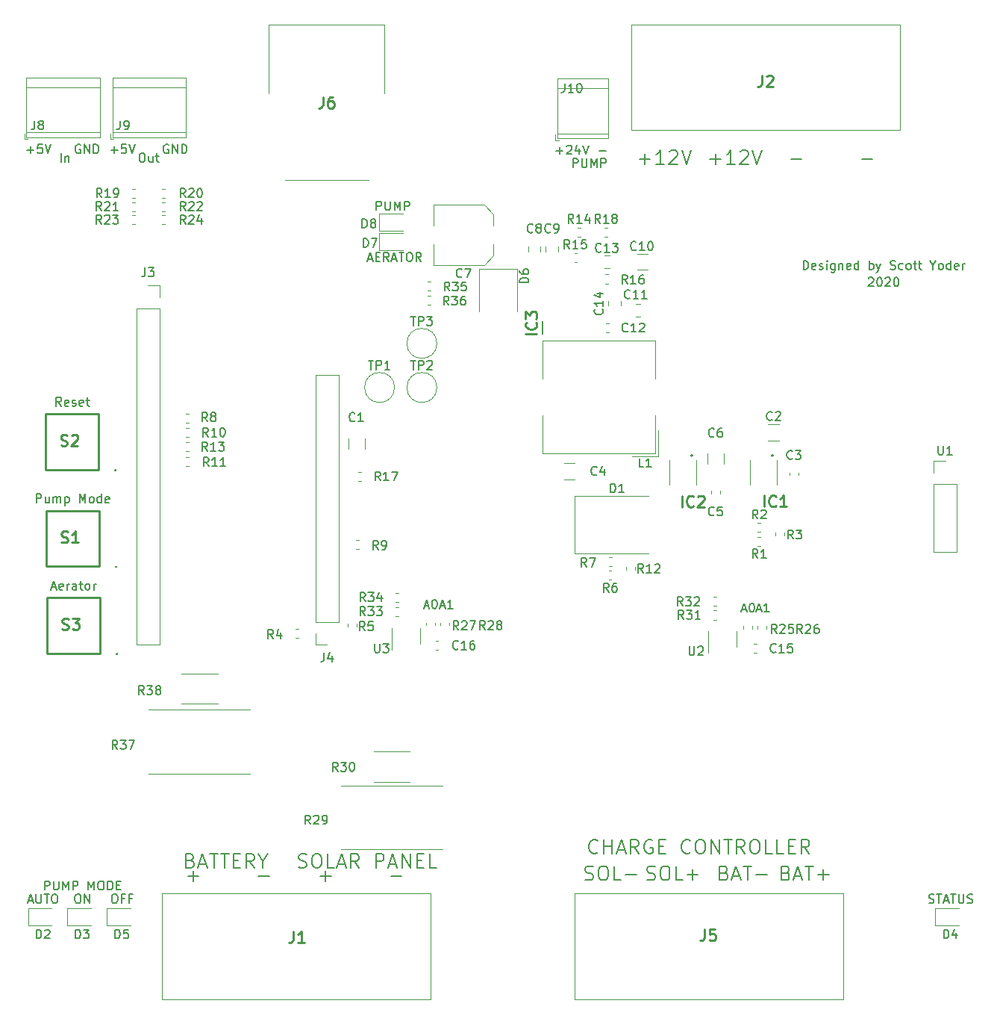
<source format=gbr>
%TF.GenerationSoftware,KiCad,Pcbnew,5.1.6-c6e7f7d~86~ubuntu18.04.1*%
%TF.CreationDate,2020-06-14T11:54:17-05:00*%
%TF.ProjectId,Hydroponics,48796472-6f70-46f6-9e69-63732e6b6963,rev?*%
%TF.SameCoordinates,Original*%
%TF.FileFunction,Legend,Top*%
%TF.FilePolarity,Positive*%
%FSLAX46Y46*%
G04 Gerber Fmt 4.6, Leading zero omitted, Abs format (unit mm)*
G04 Created by KiCad (PCBNEW 5.1.6-c6e7f7d~86~ubuntu18.04.1) date 2020-06-14 11:54:17*
%MOMM*%
%LPD*%
G01*
G04 APERTURE LIST*
%ADD10C,0.150000*%
%ADD11C,0.254000*%
%ADD12C,0.120000*%
%ADD13C,0.100000*%
%ADD14C,0.200000*%
G04 APERTURE END LIST*
D10*
X96670714Y-23622619D02*
X96718333Y-23575000D01*
X96813571Y-23527380D01*
X97051666Y-23527380D01*
X97146904Y-23575000D01*
X97194523Y-23622619D01*
X97242142Y-23717857D01*
X97242142Y-23813095D01*
X97194523Y-23955952D01*
X96623095Y-24527380D01*
X97242142Y-24527380D01*
X97861190Y-23527380D02*
X97956428Y-23527380D01*
X98051666Y-23575000D01*
X98099285Y-23622619D01*
X98146904Y-23717857D01*
X98194523Y-23908333D01*
X98194523Y-24146428D01*
X98146904Y-24336904D01*
X98099285Y-24432142D01*
X98051666Y-24479761D01*
X97956428Y-24527380D01*
X97861190Y-24527380D01*
X97765952Y-24479761D01*
X97718333Y-24432142D01*
X97670714Y-24336904D01*
X97623095Y-24146428D01*
X97623095Y-23908333D01*
X97670714Y-23717857D01*
X97718333Y-23622619D01*
X97765952Y-23575000D01*
X97861190Y-23527380D01*
X98575476Y-23622619D02*
X98623095Y-23575000D01*
X98718333Y-23527380D01*
X98956428Y-23527380D01*
X99051666Y-23575000D01*
X99099285Y-23622619D01*
X99146904Y-23717857D01*
X99146904Y-23813095D01*
X99099285Y-23955952D01*
X98527857Y-24527380D01*
X99146904Y-24527380D01*
X99765952Y-23527380D02*
X99861190Y-23527380D01*
X99956428Y-23575000D01*
X100004047Y-23622619D01*
X100051666Y-23717857D01*
X100099285Y-23908333D01*
X100099285Y-24146428D01*
X100051666Y-24336904D01*
X100004047Y-24432142D01*
X99956428Y-24479761D01*
X99861190Y-24527380D01*
X99765952Y-24527380D01*
X99670714Y-24479761D01*
X99623095Y-24432142D01*
X99575476Y-24336904D01*
X99527857Y-24146428D01*
X99527857Y-23908333D01*
X99575476Y-23717857D01*
X99623095Y-23622619D01*
X99670714Y-23575000D01*
X99765952Y-23527380D01*
X89289761Y-22622380D02*
X89289761Y-21622380D01*
X89527857Y-21622380D01*
X89670714Y-21670000D01*
X89765952Y-21765238D01*
X89813571Y-21860476D01*
X89861190Y-22050952D01*
X89861190Y-22193809D01*
X89813571Y-22384285D01*
X89765952Y-22479523D01*
X89670714Y-22574761D01*
X89527857Y-22622380D01*
X89289761Y-22622380D01*
X90670714Y-22574761D02*
X90575476Y-22622380D01*
X90384999Y-22622380D01*
X90289761Y-22574761D01*
X90242142Y-22479523D01*
X90242142Y-22098571D01*
X90289761Y-22003333D01*
X90384999Y-21955714D01*
X90575476Y-21955714D01*
X90670714Y-22003333D01*
X90718333Y-22098571D01*
X90718333Y-22193809D01*
X90242142Y-22289047D01*
X91099285Y-22574761D02*
X91194523Y-22622380D01*
X91384999Y-22622380D01*
X91480238Y-22574761D01*
X91527857Y-22479523D01*
X91527857Y-22431904D01*
X91480238Y-22336666D01*
X91384999Y-22289047D01*
X91242142Y-22289047D01*
X91146904Y-22241428D01*
X91099285Y-22146190D01*
X91099285Y-22098571D01*
X91146904Y-22003333D01*
X91242142Y-21955714D01*
X91384999Y-21955714D01*
X91480238Y-22003333D01*
X91956428Y-22622380D02*
X91956428Y-21955714D01*
X91956428Y-21622380D02*
X91908809Y-21670000D01*
X91956428Y-21717619D01*
X92004047Y-21670000D01*
X91956428Y-21622380D01*
X91956428Y-21717619D01*
X92861190Y-21955714D02*
X92861190Y-22765238D01*
X92813571Y-22860476D01*
X92765952Y-22908095D01*
X92670714Y-22955714D01*
X92527857Y-22955714D01*
X92432619Y-22908095D01*
X92861190Y-22574761D02*
X92765952Y-22622380D01*
X92575476Y-22622380D01*
X92480238Y-22574761D01*
X92432619Y-22527142D01*
X92384999Y-22431904D01*
X92384999Y-22146190D01*
X92432619Y-22050952D01*
X92480238Y-22003333D01*
X92575476Y-21955714D01*
X92765952Y-21955714D01*
X92861190Y-22003333D01*
X93337380Y-21955714D02*
X93337380Y-22622380D01*
X93337380Y-22050952D02*
X93384999Y-22003333D01*
X93480238Y-21955714D01*
X93623095Y-21955714D01*
X93718333Y-22003333D01*
X93765952Y-22098571D01*
X93765952Y-22622380D01*
X94623095Y-22574761D02*
X94527857Y-22622380D01*
X94337380Y-22622380D01*
X94242142Y-22574761D01*
X94194523Y-22479523D01*
X94194523Y-22098571D01*
X94242142Y-22003333D01*
X94337380Y-21955714D01*
X94527857Y-21955714D01*
X94623095Y-22003333D01*
X94670714Y-22098571D01*
X94670714Y-22193809D01*
X94194523Y-22289047D01*
X95527857Y-22622380D02*
X95527857Y-21622380D01*
X95527857Y-22574761D02*
X95432619Y-22622380D01*
X95242142Y-22622380D01*
X95146904Y-22574761D01*
X95099285Y-22527142D01*
X95051666Y-22431904D01*
X95051666Y-22146190D01*
X95099285Y-22050952D01*
X95146904Y-22003333D01*
X95242142Y-21955714D01*
X95432619Y-21955714D01*
X95527857Y-22003333D01*
X96765952Y-22622380D02*
X96765952Y-21622380D01*
X96765952Y-22003333D02*
X96861190Y-21955714D01*
X97051666Y-21955714D01*
X97146904Y-22003333D01*
X97194523Y-22050952D01*
X97242142Y-22146190D01*
X97242142Y-22431904D01*
X97194523Y-22527142D01*
X97146904Y-22574761D01*
X97051666Y-22622380D01*
X96861190Y-22622380D01*
X96765952Y-22574761D01*
X97575476Y-21955714D02*
X97813571Y-22622380D01*
X98051666Y-21955714D02*
X97813571Y-22622380D01*
X97718333Y-22860476D01*
X97670714Y-22908095D01*
X97575476Y-22955714D01*
X99146904Y-22574761D02*
X99289761Y-22622380D01*
X99527857Y-22622380D01*
X99623095Y-22574761D01*
X99670714Y-22527142D01*
X99718333Y-22431904D01*
X99718333Y-22336666D01*
X99670714Y-22241428D01*
X99623095Y-22193809D01*
X99527857Y-22146190D01*
X99337380Y-22098571D01*
X99242142Y-22050952D01*
X99194523Y-22003333D01*
X99146904Y-21908095D01*
X99146904Y-21812857D01*
X99194523Y-21717619D01*
X99242142Y-21670000D01*
X99337380Y-21622380D01*
X99575476Y-21622380D01*
X99718333Y-21670000D01*
X100575476Y-22574761D02*
X100480238Y-22622380D01*
X100289761Y-22622380D01*
X100194523Y-22574761D01*
X100146904Y-22527142D01*
X100099285Y-22431904D01*
X100099285Y-22146190D01*
X100146904Y-22050952D01*
X100194523Y-22003333D01*
X100289761Y-21955714D01*
X100480238Y-21955714D01*
X100575476Y-22003333D01*
X101146904Y-22622380D02*
X101051666Y-22574761D01*
X101004047Y-22527142D01*
X100956428Y-22431904D01*
X100956428Y-22146190D01*
X101004047Y-22050952D01*
X101051666Y-22003333D01*
X101146904Y-21955714D01*
X101289761Y-21955714D01*
X101384999Y-22003333D01*
X101432619Y-22050952D01*
X101480238Y-22146190D01*
X101480238Y-22431904D01*
X101432619Y-22527142D01*
X101384999Y-22574761D01*
X101289761Y-22622380D01*
X101146904Y-22622380D01*
X101765952Y-21955714D02*
X102146904Y-21955714D01*
X101908809Y-21622380D02*
X101908809Y-22479523D01*
X101956428Y-22574761D01*
X102051666Y-22622380D01*
X102146904Y-22622380D01*
X102337380Y-21955714D02*
X102718333Y-21955714D01*
X102480238Y-21622380D02*
X102480238Y-22479523D01*
X102527857Y-22574761D01*
X102623095Y-22622380D01*
X102718333Y-22622380D01*
X104004047Y-22146190D02*
X104004047Y-22622380D01*
X103670714Y-21622380D02*
X104004047Y-22146190D01*
X104337380Y-21622380D01*
X104813571Y-22622380D02*
X104718333Y-22574761D01*
X104670714Y-22527142D01*
X104623095Y-22431904D01*
X104623095Y-22146190D01*
X104670714Y-22050952D01*
X104718333Y-22003333D01*
X104813571Y-21955714D01*
X104956428Y-21955714D01*
X105051666Y-22003333D01*
X105099285Y-22050952D01*
X105146904Y-22146190D01*
X105146904Y-22431904D01*
X105099285Y-22527142D01*
X105051666Y-22574761D01*
X104956428Y-22622380D01*
X104813571Y-22622380D01*
X106004047Y-22622380D02*
X106004047Y-21622380D01*
X106004047Y-22574761D02*
X105908809Y-22622380D01*
X105718333Y-22622380D01*
X105623095Y-22574761D01*
X105575476Y-22527142D01*
X105527857Y-22431904D01*
X105527857Y-22146190D01*
X105575476Y-22050952D01*
X105623095Y-22003333D01*
X105718333Y-21955714D01*
X105908809Y-21955714D01*
X106004047Y-22003333D01*
X106861190Y-22574761D02*
X106765952Y-22622380D01*
X106575476Y-22622380D01*
X106480238Y-22574761D01*
X106432619Y-22479523D01*
X106432619Y-22098571D01*
X106480238Y-22003333D01*
X106575476Y-21955714D01*
X106765952Y-21955714D01*
X106861190Y-22003333D01*
X106908809Y-22098571D01*
X106908809Y-22193809D01*
X106432619Y-22289047D01*
X107337380Y-22622380D02*
X107337380Y-21955714D01*
X107337380Y-22146190D02*
X107384999Y-22050952D01*
X107432619Y-22003333D01*
X107527857Y-21955714D01*
X107623095Y-21955714D01*
X83985714Y-61166666D02*
X84461904Y-61166666D01*
X83890476Y-61452380D02*
X84223809Y-60452380D01*
X84557142Y-61452380D01*
X85414285Y-61452380D02*
X84842857Y-61452380D01*
X85128571Y-61452380D02*
X85128571Y-60452380D01*
X85033333Y-60595238D01*
X84938095Y-60690476D01*
X84842857Y-60738095D01*
X82285714Y-61166666D02*
X82761904Y-61166666D01*
X82190476Y-61452380D02*
X82523809Y-60452380D01*
X82857142Y-61452380D01*
X83380952Y-60452380D02*
X83476190Y-60452380D01*
X83571428Y-60500000D01*
X83619047Y-60547619D01*
X83666666Y-60642857D01*
X83714285Y-60833333D01*
X83714285Y-61071428D01*
X83666666Y-61261904D01*
X83619047Y-61357142D01*
X83571428Y-61404761D01*
X83476190Y-61452380D01*
X83380952Y-61452380D01*
X83285714Y-61404761D01*
X83238095Y-61357142D01*
X83190476Y-61261904D01*
X83142857Y-61071428D01*
X83142857Y-60833333D01*
X83190476Y-60642857D01*
X83238095Y-60547619D01*
X83285714Y-60500000D01*
X83380952Y-60452380D01*
X48085714Y-60766666D02*
X48561904Y-60766666D01*
X47990476Y-61052380D02*
X48323809Y-60052380D01*
X48657142Y-61052380D01*
X49514285Y-61052380D02*
X48942857Y-61052380D01*
X49228571Y-61052380D02*
X49228571Y-60052380D01*
X49133333Y-60195238D01*
X49038095Y-60290476D01*
X48942857Y-60338095D01*
X46285714Y-60766666D02*
X46761904Y-60766666D01*
X46190476Y-61052380D02*
X46523809Y-60052380D01*
X46857142Y-61052380D01*
X47380952Y-60052380D02*
X47476190Y-60052380D01*
X47571428Y-60100000D01*
X47619047Y-60147619D01*
X47666666Y-60242857D01*
X47714285Y-60433333D01*
X47714285Y-60671428D01*
X47666666Y-60861904D01*
X47619047Y-60957142D01*
X47571428Y-61004761D01*
X47476190Y-61052380D01*
X47380952Y-61052380D01*
X47285714Y-61004761D01*
X47238095Y-60957142D01*
X47190476Y-60861904D01*
X47142857Y-60671428D01*
X47142857Y-60433333D01*
X47190476Y-60242857D01*
X47238095Y-60147619D01*
X47285714Y-60100000D01*
X47380952Y-60052380D01*
X40842857Y-15902380D02*
X40842857Y-14902380D01*
X41223809Y-14902380D01*
X41319047Y-14950000D01*
X41366666Y-14997619D01*
X41414285Y-15092857D01*
X41414285Y-15235714D01*
X41366666Y-15330952D01*
X41319047Y-15378571D01*
X41223809Y-15426190D01*
X40842857Y-15426190D01*
X41842857Y-14902380D02*
X41842857Y-15711904D01*
X41890476Y-15807142D01*
X41938095Y-15854761D01*
X42033333Y-15902380D01*
X42223809Y-15902380D01*
X42319047Y-15854761D01*
X42366666Y-15807142D01*
X42414285Y-15711904D01*
X42414285Y-14902380D01*
X42890476Y-15902380D02*
X42890476Y-14902380D01*
X43223809Y-15616666D01*
X43557142Y-14902380D01*
X43557142Y-15902380D01*
X44033333Y-15902380D02*
X44033333Y-14902380D01*
X44414285Y-14902380D01*
X44509523Y-14950000D01*
X44557142Y-14997619D01*
X44604761Y-15092857D01*
X44604761Y-15235714D01*
X44557142Y-15330952D01*
X44509523Y-15378571D01*
X44414285Y-15426190D01*
X44033333Y-15426190D01*
X39876190Y-21416666D02*
X40352380Y-21416666D01*
X39780952Y-21702380D02*
X40114285Y-20702380D01*
X40447619Y-21702380D01*
X40780952Y-21178571D02*
X41114285Y-21178571D01*
X41257142Y-21702380D02*
X40780952Y-21702380D01*
X40780952Y-20702380D01*
X41257142Y-20702380D01*
X42257142Y-21702380D02*
X41923809Y-21226190D01*
X41685714Y-21702380D02*
X41685714Y-20702380D01*
X42066666Y-20702380D01*
X42161904Y-20750000D01*
X42209523Y-20797619D01*
X42257142Y-20892857D01*
X42257142Y-21035714D01*
X42209523Y-21130952D01*
X42161904Y-21178571D01*
X42066666Y-21226190D01*
X41685714Y-21226190D01*
X42638095Y-21416666D02*
X43114285Y-21416666D01*
X42542857Y-21702380D02*
X42876190Y-20702380D01*
X43209523Y-21702380D01*
X43400000Y-20702380D02*
X43971428Y-20702380D01*
X43685714Y-21702380D02*
X43685714Y-20702380D01*
X44495238Y-20702380D02*
X44685714Y-20702380D01*
X44780952Y-20750000D01*
X44876190Y-20845238D01*
X44923809Y-21035714D01*
X44923809Y-21369047D01*
X44876190Y-21559523D01*
X44780952Y-21654761D01*
X44685714Y-21702380D01*
X44495238Y-21702380D01*
X44400000Y-21654761D01*
X44304761Y-21559523D01*
X44257142Y-21369047D01*
X44257142Y-21035714D01*
X44304761Y-20845238D01*
X44400000Y-20750000D01*
X44495238Y-20702380D01*
X45923809Y-21702380D02*
X45590476Y-21226190D01*
X45352380Y-21702380D02*
X45352380Y-20702380D01*
X45733333Y-20702380D01*
X45828571Y-20750000D01*
X45876190Y-20797619D01*
X45923809Y-20892857D01*
X45923809Y-21035714D01*
X45876190Y-21130952D01*
X45828571Y-21178571D01*
X45733333Y-21226190D01*
X45352380Y-21226190D01*
X66119047Y-9171428D02*
X66880952Y-9171428D01*
X61238095Y-9171428D02*
X62000000Y-9171428D01*
X61619047Y-9552380D02*
X61619047Y-8790476D01*
X62428571Y-8647619D02*
X62476190Y-8600000D01*
X62571428Y-8552380D01*
X62809523Y-8552380D01*
X62904761Y-8600000D01*
X62952380Y-8647619D01*
X63000000Y-8742857D01*
X63000000Y-8838095D01*
X62952380Y-8980952D01*
X62380952Y-9552380D01*
X63000000Y-9552380D01*
X63857142Y-8885714D02*
X63857142Y-9552380D01*
X63619047Y-8504761D02*
X63380952Y-9219047D01*
X64000000Y-9219047D01*
X64238095Y-8552380D02*
X64571428Y-9552380D01*
X64904761Y-8552380D01*
X63142857Y-11052380D02*
X63142857Y-10052380D01*
X63523809Y-10052380D01*
X63619047Y-10100000D01*
X63666666Y-10147619D01*
X63714285Y-10242857D01*
X63714285Y-10385714D01*
X63666666Y-10480952D01*
X63619047Y-10528571D01*
X63523809Y-10576190D01*
X63142857Y-10576190D01*
X64142857Y-10052380D02*
X64142857Y-10861904D01*
X64190476Y-10957142D01*
X64238095Y-11004761D01*
X64333333Y-11052380D01*
X64523809Y-11052380D01*
X64619047Y-11004761D01*
X64666666Y-10957142D01*
X64714285Y-10861904D01*
X64714285Y-10052380D01*
X65190476Y-11052380D02*
X65190476Y-10052380D01*
X65523809Y-10766666D01*
X65857142Y-10052380D01*
X65857142Y-11052380D01*
X66333333Y-11052380D02*
X66333333Y-10052380D01*
X66714285Y-10052380D01*
X66809523Y-10100000D01*
X66857142Y-10147619D01*
X66904761Y-10242857D01*
X66904761Y-10385714D01*
X66857142Y-10480952D01*
X66809523Y-10528571D01*
X66714285Y-10576190D01*
X66333333Y-10576190D01*
X103523809Y-94404761D02*
X103666666Y-94452380D01*
X103904761Y-94452380D01*
X104000000Y-94404761D01*
X104047619Y-94357142D01*
X104095238Y-94261904D01*
X104095238Y-94166666D01*
X104047619Y-94071428D01*
X104000000Y-94023809D01*
X103904761Y-93976190D01*
X103714285Y-93928571D01*
X103619047Y-93880952D01*
X103571428Y-93833333D01*
X103523809Y-93738095D01*
X103523809Y-93642857D01*
X103571428Y-93547619D01*
X103619047Y-93500000D01*
X103714285Y-93452380D01*
X103952380Y-93452380D01*
X104095238Y-93500000D01*
X104380952Y-93452380D02*
X104952380Y-93452380D01*
X104666666Y-94452380D02*
X104666666Y-93452380D01*
X105238095Y-94166666D02*
X105714285Y-94166666D01*
X105142857Y-94452380D02*
X105476190Y-93452380D01*
X105809523Y-94452380D01*
X106000000Y-93452380D02*
X106571428Y-93452380D01*
X106285714Y-94452380D02*
X106285714Y-93452380D01*
X106904761Y-93452380D02*
X106904761Y-94261904D01*
X106952380Y-94357142D01*
X107000000Y-94404761D01*
X107095238Y-94452380D01*
X107285714Y-94452380D01*
X107380952Y-94404761D01*
X107428571Y-94357142D01*
X107476190Y-94261904D01*
X107476190Y-93452380D01*
X107904761Y-94404761D02*
X108047619Y-94452380D01*
X108285714Y-94452380D01*
X108380952Y-94404761D01*
X108428571Y-94357142D01*
X108476190Y-94261904D01*
X108476190Y-94166666D01*
X108428571Y-94071428D01*
X108380952Y-94023809D01*
X108285714Y-93976190D01*
X108095238Y-93928571D01*
X108000000Y-93880952D01*
X107952380Y-93833333D01*
X107904761Y-93738095D01*
X107904761Y-93642857D01*
X107952380Y-93547619D01*
X108000000Y-93500000D01*
X108095238Y-93452380D01*
X108333333Y-93452380D01*
X108476190Y-93500000D01*
X3214285Y-92952380D02*
X3214285Y-91952380D01*
X3595238Y-91952380D01*
X3690476Y-92000000D01*
X3738095Y-92047619D01*
X3785714Y-92142857D01*
X3785714Y-92285714D01*
X3738095Y-92380952D01*
X3690476Y-92428571D01*
X3595238Y-92476190D01*
X3214285Y-92476190D01*
X4214285Y-91952380D02*
X4214285Y-92761904D01*
X4261904Y-92857142D01*
X4309523Y-92904761D01*
X4404761Y-92952380D01*
X4595238Y-92952380D01*
X4690476Y-92904761D01*
X4738095Y-92857142D01*
X4785714Y-92761904D01*
X4785714Y-91952380D01*
X5261904Y-92952380D02*
X5261904Y-91952380D01*
X5595238Y-92666666D01*
X5928571Y-91952380D01*
X5928571Y-92952380D01*
X6404761Y-92952380D02*
X6404761Y-91952380D01*
X6785714Y-91952380D01*
X6880952Y-92000000D01*
X6928571Y-92047619D01*
X6976190Y-92142857D01*
X6976190Y-92285714D01*
X6928571Y-92380952D01*
X6880952Y-92428571D01*
X6785714Y-92476190D01*
X6404761Y-92476190D01*
X8166666Y-92952380D02*
X8166666Y-91952380D01*
X8500000Y-92666666D01*
X8833333Y-91952380D01*
X8833333Y-92952380D01*
X9500000Y-91952380D02*
X9690476Y-91952380D01*
X9785714Y-92000000D01*
X9880952Y-92095238D01*
X9928571Y-92285714D01*
X9928571Y-92619047D01*
X9880952Y-92809523D01*
X9785714Y-92904761D01*
X9690476Y-92952380D01*
X9500000Y-92952380D01*
X9404761Y-92904761D01*
X9309523Y-92809523D01*
X9261904Y-92619047D01*
X9261904Y-92285714D01*
X9309523Y-92095238D01*
X9404761Y-92000000D01*
X9500000Y-91952380D01*
X10357142Y-92952380D02*
X10357142Y-91952380D01*
X10595238Y-91952380D01*
X10738095Y-92000000D01*
X10833333Y-92095238D01*
X10880952Y-92190476D01*
X10928571Y-92380952D01*
X10928571Y-92523809D01*
X10880952Y-92714285D01*
X10833333Y-92809523D01*
X10738095Y-92904761D01*
X10595238Y-92952380D01*
X10357142Y-92952380D01*
X11357142Y-92428571D02*
X11690476Y-92428571D01*
X11833333Y-92952380D02*
X11357142Y-92952380D01*
X11357142Y-91952380D01*
X11833333Y-91952380D01*
X11047619Y-93452380D02*
X11238095Y-93452380D01*
X11333333Y-93500000D01*
X11428571Y-93595238D01*
X11476190Y-93785714D01*
X11476190Y-94119047D01*
X11428571Y-94309523D01*
X11333333Y-94404761D01*
X11238095Y-94452380D01*
X11047619Y-94452380D01*
X10952380Y-94404761D01*
X10857142Y-94309523D01*
X10809523Y-94119047D01*
X10809523Y-93785714D01*
X10857142Y-93595238D01*
X10952380Y-93500000D01*
X11047619Y-93452380D01*
X12238095Y-93928571D02*
X11904761Y-93928571D01*
X11904761Y-94452380D02*
X11904761Y-93452380D01*
X12380952Y-93452380D01*
X13095238Y-93928571D02*
X12761904Y-93928571D01*
X12761904Y-94452380D02*
X12761904Y-93452380D01*
X13238095Y-93452380D01*
X6880952Y-93452380D02*
X7071428Y-93452380D01*
X7166666Y-93500000D01*
X7261904Y-93595238D01*
X7309523Y-93785714D01*
X7309523Y-94119047D01*
X7261904Y-94309523D01*
X7166666Y-94404761D01*
X7071428Y-94452380D01*
X6880952Y-94452380D01*
X6785714Y-94404761D01*
X6690476Y-94309523D01*
X6642857Y-94119047D01*
X6642857Y-93785714D01*
X6690476Y-93595238D01*
X6785714Y-93500000D01*
X6880952Y-93452380D01*
X7738095Y-94452380D02*
X7738095Y-93452380D01*
X8309523Y-94452380D01*
X8309523Y-93452380D01*
X1333333Y-94166666D02*
X1809523Y-94166666D01*
X1238095Y-94452380D02*
X1571428Y-93452380D01*
X1904761Y-94452380D01*
X2238095Y-93452380D02*
X2238095Y-94261904D01*
X2285714Y-94357142D01*
X2333333Y-94404761D01*
X2428571Y-94452380D01*
X2619047Y-94452380D01*
X2714285Y-94404761D01*
X2761904Y-94357142D01*
X2809523Y-94261904D01*
X2809523Y-93452380D01*
X3142857Y-93452380D02*
X3714285Y-93452380D01*
X3428571Y-94452380D02*
X3428571Y-93452380D01*
X4238095Y-93452380D02*
X4428571Y-93452380D01*
X4523809Y-93500000D01*
X4619047Y-93595238D01*
X4666666Y-93785714D01*
X4666666Y-94119047D01*
X4619047Y-94309523D01*
X4523809Y-94404761D01*
X4428571Y-94452380D01*
X4238095Y-94452380D01*
X4142857Y-94404761D01*
X4047619Y-94309523D01*
X3999999Y-94119047D01*
X3999999Y-93785714D01*
X4047619Y-93595238D01*
X4142857Y-93500000D01*
X4238095Y-93452380D01*
X5088904Y-38105280D02*
X4755571Y-37629090D01*
X4517476Y-38105280D02*
X4517476Y-37105280D01*
X4898428Y-37105280D01*
X4993666Y-37152900D01*
X5041285Y-37200519D01*
X5088904Y-37295757D01*
X5088904Y-37438614D01*
X5041285Y-37533852D01*
X4993666Y-37581471D01*
X4898428Y-37629090D01*
X4517476Y-37629090D01*
X5898428Y-38057661D02*
X5803190Y-38105280D01*
X5612714Y-38105280D01*
X5517476Y-38057661D01*
X5469857Y-37962423D01*
X5469857Y-37581471D01*
X5517476Y-37486233D01*
X5612714Y-37438614D01*
X5803190Y-37438614D01*
X5898428Y-37486233D01*
X5946047Y-37581471D01*
X5946047Y-37676709D01*
X5469857Y-37771947D01*
X6327000Y-38057661D02*
X6422238Y-38105280D01*
X6612714Y-38105280D01*
X6707952Y-38057661D01*
X6755571Y-37962423D01*
X6755571Y-37914804D01*
X6707952Y-37819566D01*
X6612714Y-37771947D01*
X6469857Y-37771947D01*
X6374619Y-37724328D01*
X6327000Y-37629090D01*
X6327000Y-37581471D01*
X6374619Y-37486233D01*
X6469857Y-37438614D01*
X6612714Y-37438614D01*
X6707952Y-37486233D01*
X7565095Y-38057661D02*
X7469857Y-38105280D01*
X7279380Y-38105280D01*
X7184142Y-38057661D01*
X7136523Y-37962423D01*
X7136523Y-37581471D01*
X7184142Y-37486233D01*
X7279380Y-37438614D01*
X7469857Y-37438614D01*
X7565095Y-37486233D01*
X7612714Y-37581471D01*
X7612714Y-37676709D01*
X7136523Y-37771947D01*
X7898428Y-37438614D02*
X8279380Y-37438614D01*
X8041285Y-37105280D02*
X8041285Y-37962423D01*
X8088904Y-38057661D01*
X8184142Y-38105280D01*
X8279380Y-38105280D01*
X4003209Y-58645766D02*
X4479400Y-58645766D01*
X3907971Y-58931480D02*
X4241304Y-57931480D01*
X4574638Y-58931480D01*
X5288923Y-58883861D02*
X5193685Y-58931480D01*
X5003209Y-58931480D01*
X4907971Y-58883861D01*
X4860352Y-58788623D01*
X4860352Y-58407671D01*
X4907971Y-58312433D01*
X5003209Y-58264814D01*
X5193685Y-58264814D01*
X5288923Y-58312433D01*
X5336542Y-58407671D01*
X5336542Y-58502909D01*
X4860352Y-58598147D01*
X5765114Y-58931480D02*
X5765114Y-58264814D01*
X5765114Y-58455290D02*
X5812733Y-58360052D01*
X5860352Y-58312433D01*
X5955590Y-58264814D01*
X6050828Y-58264814D01*
X6812733Y-58931480D02*
X6812733Y-58407671D01*
X6765114Y-58312433D01*
X6669876Y-58264814D01*
X6479400Y-58264814D01*
X6384161Y-58312433D01*
X6812733Y-58883861D02*
X6717495Y-58931480D01*
X6479400Y-58931480D01*
X6384161Y-58883861D01*
X6336542Y-58788623D01*
X6336542Y-58693385D01*
X6384161Y-58598147D01*
X6479400Y-58550528D01*
X6717495Y-58550528D01*
X6812733Y-58502909D01*
X7146066Y-58264814D02*
X7527019Y-58264814D01*
X7288923Y-57931480D02*
X7288923Y-58788623D01*
X7336542Y-58883861D01*
X7431780Y-58931480D01*
X7527019Y-58931480D01*
X8003209Y-58931480D02*
X7907971Y-58883861D01*
X7860352Y-58836242D01*
X7812733Y-58741004D01*
X7812733Y-58455290D01*
X7860352Y-58360052D01*
X7907971Y-58312433D01*
X8003209Y-58264814D01*
X8146066Y-58264814D01*
X8241304Y-58312433D01*
X8288923Y-58360052D01*
X8336542Y-58455290D01*
X8336542Y-58741004D01*
X8288923Y-58836242D01*
X8241304Y-58883861D01*
X8146066Y-58931480D01*
X8003209Y-58931480D01*
X8765114Y-58931480D02*
X8765114Y-58264814D01*
X8765114Y-58455290D02*
X8812733Y-58360052D01*
X8860352Y-58312433D01*
X8955590Y-58264814D01*
X9050828Y-58264814D01*
X2258752Y-49066480D02*
X2258752Y-48066480D01*
X2639704Y-48066480D01*
X2734942Y-48114100D01*
X2782561Y-48161719D01*
X2830180Y-48256957D01*
X2830180Y-48399814D01*
X2782561Y-48495052D01*
X2734942Y-48542671D01*
X2639704Y-48590290D01*
X2258752Y-48590290D01*
X3687323Y-48399814D02*
X3687323Y-49066480D01*
X3258752Y-48399814D02*
X3258752Y-48923623D01*
X3306371Y-49018861D01*
X3401609Y-49066480D01*
X3544466Y-49066480D01*
X3639704Y-49018861D01*
X3687323Y-48971242D01*
X4163514Y-49066480D02*
X4163514Y-48399814D01*
X4163514Y-48495052D02*
X4211133Y-48447433D01*
X4306371Y-48399814D01*
X4449228Y-48399814D01*
X4544466Y-48447433D01*
X4592085Y-48542671D01*
X4592085Y-49066480D01*
X4592085Y-48542671D02*
X4639704Y-48447433D01*
X4734942Y-48399814D01*
X4877800Y-48399814D01*
X4973038Y-48447433D01*
X5020657Y-48542671D01*
X5020657Y-49066480D01*
X5496847Y-48399814D02*
X5496847Y-49399814D01*
X5496847Y-48447433D02*
X5592085Y-48399814D01*
X5782561Y-48399814D01*
X5877800Y-48447433D01*
X5925419Y-48495052D01*
X5973038Y-48590290D01*
X5973038Y-48876004D01*
X5925419Y-48971242D01*
X5877800Y-49018861D01*
X5782561Y-49066480D01*
X5592085Y-49066480D01*
X5496847Y-49018861D01*
X7163514Y-49066480D02*
X7163514Y-48066480D01*
X7496847Y-48780766D01*
X7830180Y-48066480D01*
X7830180Y-49066480D01*
X8449228Y-49066480D02*
X8353990Y-49018861D01*
X8306371Y-48971242D01*
X8258752Y-48876004D01*
X8258752Y-48590290D01*
X8306371Y-48495052D01*
X8353990Y-48447433D01*
X8449228Y-48399814D01*
X8592085Y-48399814D01*
X8687323Y-48447433D01*
X8734942Y-48495052D01*
X8782561Y-48590290D01*
X8782561Y-48876004D01*
X8734942Y-48971242D01*
X8687323Y-49018861D01*
X8592085Y-49066480D01*
X8449228Y-49066480D01*
X9639704Y-49066480D02*
X9639704Y-48066480D01*
X9639704Y-49018861D02*
X9544466Y-49066480D01*
X9353990Y-49066480D01*
X9258752Y-49018861D01*
X9211133Y-48971242D01*
X9163514Y-48876004D01*
X9163514Y-48590290D01*
X9211133Y-48495052D01*
X9258752Y-48447433D01*
X9353990Y-48399814D01*
X9544466Y-48399814D01*
X9639704Y-48447433D01*
X10496847Y-49018861D02*
X10401609Y-49066480D01*
X10211133Y-49066480D01*
X10115895Y-49018861D01*
X10068276Y-48923623D01*
X10068276Y-48542671D01*
X10115895Y-48447433D01*
X10211133Y-48399814D01*
X10401609Y-48399814D01*
X10496847Y-48447433D01*
X10544466Y-48542671D01*
X10544466Y-48637909D01*
X10068276Y-48733147D01*
X64526666Y-91777619D02*
X64755238Y-91853809D01*
X65136190Y-91853809D01*
X65288571Y-91777619D01*
X65364761Y-91701428D01*
X65440952Y-91549047D01*
X65440952Y-91396666D01*
X65364761Y-91244285D01*
X65288571Y-91168095D01*
X65136190Y-91091904D01*
X64831428Y-91015714D01*
X64679047Y-90939523D01*
X64602857Y-90863333D01*
X64526666Y-90710952D01*
X64526666Y-90558571D01*
X64602857Y-90406190D01*
X64679047Y-90330000D01*
X64831428Y-90253809D01*
X65212380Y-90253809D01*
X65440952Y-90330000D01*
X66431428Y-90253809D02*
X66736190Y-90253809D01*
X66888571Y-90330000D01*
X67040952Y-90482380D01*
X67117142Y-90787142D01*
X67117142Y-91320476D01*
X67040952Y-91625238D01*
X66888571Y-91777619D01*
X66736190Y-91853809D01*
X66431428Y-91853809D01*
X66279047Y-91777619D01*
X66126666Y-91625238D01*
X66050476Y-91320476D01*
X66050476Y-90787142D01*
X66126666Y-90482380D01*
X66279047Y-90330000D01*
X66431428Y-90253809D01*
X68564761Y-91853809D02*
X67802857Y-91853809D01*
X67802857Y-90253809D01*
X69098095Y-91244285D02*
X70317142Y-91244285D01*
X71526666Y-91777619D02*
X71755238Y-91853809D01*
X72136190Y-91853809D01*
X72288571Y-91777619D01*
X72364761Y-91701428D01*
X72440952Y-91549047D01*
X72440952Y-91396666D01*
X72364761Y-91244285D01*
X72288571Y-91168095D01*
X72136190Y-91091904D01*
X71831428Y-91015714D01*
X71679047Y-90939523D01*
X71602857Y-90863333D01*
X71526666Y-90710952D01*
X71526666Y-90558571D01*
X71602857Y-90406190D01*
X71679047Y-90330000D01*
X71831428Y-90253809D01*
X72212380Y-90253809D01*
X72440952Y-90330000D01*
X73431428Y-90253809D02*
X73736190Y-90253809D01*
X73888571Y-90330000D01*
X74040952Y-90482380D01*
X74117142Y-90787142D01*
X74117142Y-91320476D01*
X74040952Y-91625238D01*
X73888571Y-91777619D01*
X73736190Y-91853809D01*
X73431428Y-91853809D01*
X73279047Y-91777619D01*
X73126666Y-91625238D01*
X73050476Y-91320476D01*
X73050476Y-90787142D01*
X73126666Y-90482380D01*
X73279047Y-90330000D01*
X73431428Y-90253809D01*
X75564761Y-91853809D02*
X74802857Y-91853809D01*
X74802857Y-90253809D01*
X76098095Y-91244285D02*
X77317142Y-91244285D01*
X76707619Y-91853809D02*
X76707619Y-90634761D01*
X80288571Y-91015714D02*
X80517142Y-91091904D01*
X80593333Y-91168095D01*
X80669523Y-91320476D01*
X80669523Y-91549047D01*
X80593333Y-91701428D01*
X80517142Y-91777619D01*
X80364761Y-91853809D01*
X79755238Y-91853809D01*
X79755238Y-90253809D01*
X80288571Y-90253809D01*
X80440952Y-90330000D01*
X80517142Y-90406190D01*
X80593333Y-90558571D01*
X80593333Y-90710952D01*
X80517142Y-90863333D01*
X80440952Y-90939523D01*
X80288571Y-91015714D01*
X79755238Y-91015714D01*
X81279047Y-91396666D02*
X82040952Y-91396666D01*
X81126666Y-91853809D02*
X81660000Y-90253809D01*
X82193333Y-91853809D01*
X82498095Y-90253809D02*
X83412380Y-90253809D01*
X82955238Y-91853809D02*
X82955238Y-90253809D01*
X83945714Y-91244285D02*
X85164761Y-91244285D01*
X87288571Y-91015714D02*
X87517142Y-91091904D01*
X87593333Y-91168095D01*
X87669523Y-91320476D01*
X87669523Y-91549047D01*
X87593333Y-91701428D01*
X87517142Y-91777619D01*
X87364761Y-91853809D01*
X86755238Y-91853809D01*
X86755238Y-90253809D01*
X87288571Y-90253809D01*
X87440952Y-90330000D01*
X87517142Y-90406190D01*
X87593333Y-90558571D01*
X87593333Y-90710952D01*
X87517142Y-90863333D01*
X87440952Y-90939523D01*
X87288571Y-91015714D01*
X86755238Y-91015714D01*
X88279047Y-91396666D02*
X89040952Y-91396666D01*
X88126666Y-91853809D02*
X88660000Y-90253809D01*
X89193333Y-91853809D01*
X89498095Y-90253809D02*
X90412380Y-90253809D01*
X89955238Y-91853809D02*
X89955238Y-90253809D01*
X90945714Y-91244285D02*
X92164761Y-91244285D01*
X91555238Y-91853809D02*
X91555238Y-90634761D01*
X65955238Y-88701428D02*
X65879047Y-88777619D01*
X65650476Y-88853809D01*
X65498095Y-88853809D01*
X65269523Y-88777619D01*
X65117142Y-88625238D01*
X65040952Y-88472857D01*
X64964761Y-88168095D01*
X64964761Y-87939523D01*
X65040952Y-87634761D01*
X65117142Y-87482380D01*
X65269523Y-87330000D01*
X65498095Y-87253809D01*
X65650476Y-87253809D01*
X65879047Y-87330000D01*
X65955238Y-87406190D01*
X66640952Y-88853809D02*
X66640952Y-87253809D01*
X66640952Y-88015714D02*
X67555238Y-88015714D01*
X67555238Y-88853809D02*
X67555238Y-87253809D01*
X68240952Y-88396666D02*
X69002857Y-88396666D01*
X68088571Y-88853809D02*
X68621904Y-87253809D01*
X69155238Y-88853809D01*
X70602857Y-88853809D02*
X70069523Y-88091904D01*
X69688571Y-88853809D02*
X69688571Y-87253809D01*
X70298095Y-87253809D01*
X70450476Y-87330000D01*
X70526666Y-87406190D01*
X70602857Y-87558571D01*
X70602857Y-87787142D01*
X70526666Y-87939523D01*
X70450476Y-88015714D01*
X70298095Y-88091904D01*
X69688571Y-88091904D01*
X72126666Y-87330000D02*
X71974285Y-87253809D01*
X71745714Y-87253809D01*
X71517142Y-87330000D01*
X71364761Y-87482380D01*
X71288571Y-87634761D01*
X71212380Y-87939523D01*
X71212380Y-88168095D01*
X71288571Y-88472857D01*
X71364761Y-88625238D01*
X71517142Y-88777619D01*
X71745714Y-88853809D01*
X71898095Y-88853809D01*
X72126666Y-88777619D01*
X72202857Y-88701428D01*
X72202857Y-88168095D01*
X71898095Y-88168095D01*
X72888571Y-88015714D02*
X73421904Y-88015714D01*
X73650476Y-88853809D02*
X72888571Y-88853809D01*
X72888571Y-87253809D01*
X73650476Y-87253809D01*
X76469523Y-88701428D02*
X76393333Y-88777619D01*
X76164761Y-88853809D01*
X76012380Y-88853809D01*
X75783809Y-88777619D01*
X75631428Y-88625238D01*
X75555238Y-88472857D01*
X75479047Y-88168095D01*
X75479047Y-87939523D01*
X75555238Y-87634761D01*
X75631428Y-87482380D01*
X75783809Y-87330000D01*
X76012380Y-87253809D01*
X76164761Y-87253809D01*
X76393333Y-87330000D01*
X76469523Y-87406190D01*
X77460000Y-87253809D02*
X77764761Y-87253809D01*
X77917142Y-87330000D01*
X78069523Y-87482380D01*
X78145714Y-87787142D01*
X78145714Y-88320476D01*
X78069523Y-88625238D01*
X77917142Y-88777619D01*
X77764761Y-88853809D01*
X77460000Y-88853809D01*
X77307619Y-88777619D01*
X77155238Y-88625238D01*
X77079047Y-88320476D01*
X77079047Y-87787142D01*
X77155238Y-87482380D01*
X77307619Y-87330000D01*
X77460000Y-87253809D01*
X78831428Y-88853809D02*
X78831428Y-87253809D01*
X79745714Y-88853809D01*
X79745714Y-87253809D01*
X80279047Y-87253809D02*
X81193333Y-87253809D01*
X80736190Y-88853809D02*
X80736190Y-87253809D01*
X82640952Y-88853809D02*
X82107619Y-88091904D01*
X81726666Y-88853809D02*
X81726666Y-87253809D01*
X82336190Y-87253809D01*
X82488571Y-87330000D01*
X82564761Y-87406190D01*
X82640952Y-87558571D01*
X82640952Y-87787142D01*
X82564761Y-87939523D01*
X82488571Y-88015714D01*
X82336190Y-88091904D01*
X81726666Y-88091904D01*
X83631428Y-87253809D02*
X83936190Y-87253809D01*
X84088571Y-87330000D01*
X84240952Y-87482380D01*
X84317142Y-87787142D01*
X84317142Y-88320476D01*
X84240952Y-88625238D01*
X84088571Y-88777619D01*
X83936190Y-88853809D01*
X83631428Y-88853809D01*
X83479047Y-88777619D01*
X83326666Y-88625238D01*
X83250476Y-88320476D01*
X83250476Y-87787142D01*
X83326666Y-87482380D01*
X83479047Y-87330000D01*
X83631428Y-87253809D01*
X85764761Y-88853809D02*
X85002857Y-88853809D01*
X85002857Y-87253809D01*
X87060000Y-88853809D02*
X86298095Y-88853809D01*
X86298095Y-87253809D01*
X87593333Y-88015714D02*
X88126666Y-88015714D01*
X88355238Y-88853809D02*
X87593333Y-88853809D01*
X87593333Y-87253809D01*
X88355238Y-87253809D01*
X89955238Y-88853809D02*
X89421904Y-88091904D01*
X89040952Y-88853809D02*
X89040952Y-87253809D01*
X89650476Y-87253809D01*
X89802857Y-87330000D01*
X89879047Y-87406190D01*
X89955238Y-87558571D01*
X89955238Y-87787142D01*
X89879047Y-87939523D01*
X89802857Y-88015714D01*
X89650476Y-88091904D01*
X89040952Y-88091904D01*
X19750000Y-89635714D02*
X19978571Y-89711904D01*
X20054761Y-89788095D01*
X20130952Y-89940476D01*
X20130952Y-90169047D01*
X20054761Y-90321428D01*
X19978571Y-90397619D01*
X19826190Y-90473809D01*
X19216666Y-90473809D01*
X19216666Y-88873809D01*
X19750000Y-88873809D01*
X19902380Y-88950000D01*
X19978571Y-89026190D01*
X20054761Y-89178571D01*
X20054761Y-89330952D01*
X19978571Y-89483333D01*
X19902380Y-89559523D01*
X19750000Y-89635714D01*
X19216666Y-89635714D01*
X20740476Y-90016666D02*
X21502380Y-90016666D01*
X20588095Y-90473809D02*
X21121428Y-88873809D01*
X21654761Y-90473809D01*
X21959523Y-88873809D02*
X22873809Y-88873809D01*
X22416666Y-90473809D02*
X22416666Y-88873809D01*
X23178571Y-88873809D02*
X24092857Y-88873809D01*
X23635714Y-90473809D02*
X23635714Y-88873809D01*
X24626190Y-89635714D02*
X25159523Y-89635714D01*
X25388095Y-90473809D02*
X24626190Y-90473809D01*
X24626190Y-88873809D01*
X25388095Y-88873809D01*
X26988095Y-90473809D02*
X26454761Y-89711904D01*
X26073809Y-90473809D02*
X26073809Y-88873809D01*
X26683333Y-88873809D01*
X26835714Y-88950000D01*
X26911904Y-89026190D01*
X26988095Y-89178571D01*
X26988095Y-89407142D01*
X26911904Y-89559523D01*
X26835714Y-89635714D01*
X26683333Y-89711904D01*
X26073809Y-89711904D01*
X27978571Y-89711904D02*
X27978571Y-90473809D01*
X27445238Y-88873809D02*
X27978571Y-89711904D01*
X28511904Y-88873809D01*
X32016666Y-90397619D02*
X32245238Y-90473809D01*
X32626190Y-90473809D01*
X32778571Y-90397619D01*
X32854761Y-90321428D01*
X32930952Y-90169047D01*
X32930952Y-90016666D01*
X32854761Y-89864285D01*
X32778571Y-89788095D01*
X32626190Y-89711904D01*
X32321428Y-89635714D01*
X32169047Y-89559523D01*
X32092857Y-89483333D01*
X32016666Y-89330952D01*
X32016666Y-89178571D01*
X32092857Y-89026190D01*
X32169047Y-88950000D01*
X32321428Y-88873809D01*
X32702380Y-88873809D01*
X32930952Y-88950000D01*
X33921428Y-88873809D02*
X34226190Y-88873809D01*
X34378571Y-88950000D01*
X34530952Y-89102380D01*
X34607142Y-89407142D01*
X34607142Y-89940476D01*
X34530952Y-90245238D01*
X34378571Y-90397619D01*
X34226190Y-90473809D01*
X33921428Y-90473809D01*
X33769047Y-90397619D01*
X33616666Y-90245238D01*
X33540476Y-89940476D01*
X33540476Y-89407142D01*
X33616666Y-89102380D01*
X33769047Y-88950000D01*
X33921428Y-88873809D01*
X36054761Y-90473809D02*
X35292857Y-90473809D01*
X35292857Y-88873809D01*
X36511904Y-90016666D02*
X37273809Y-90016666D01*
X36359523Y-90473809D02*
X36892857Y-88873809D01*
X37426190Y-90473809D01*
X38873809Y-90473809D02*
X38340476Y-89711904D01*
X37959523Y-90473809D02*
X37959523Y-88873809D01*
X38569047Y-88873809D01*
X38721428Y-88950000D01*
X38797619Y-89026190D01*
X38873809Y-89178571D01*
X38873809Y-89407142D01*
X38797619Y-89559523D01*
X38721428Y-89635714D01*
X38569047Y-89711904D01*
X37959523Y-89711904D01*
X40778571Y-90473809D02*
X40778571Y-88873809D01*
X41388095Y-88873809D01*
X41540476Y-88950000D01*
X41616666Y-89026190D01*
X41692857Y-89178571D01*
X41692857Y-89407142D01*
X41616666Y-89559523D01*
X41540476Y-89635714D01*
X41388095Y-89711904D01*
X40778571Y-89711904D01*
X42302380Y-90016666D02*
X43064285Y-90016666D01*
X42150000Y-90473809D02*
X42683333Y-88873809D01*
X43216666Y-90473809D01*
X43750000Y-90473809D02*
X43750000Y-88873809D01*
X44664285Y-90473809D01*
X44664285Y-88873809D01*
X45426190Y-89635714D02*
X45959523Y-89635714D01*
X46188095Y-90473809D02*
X45426190Y-90473809D01*
X45426190Y-88873809D01*
X46188095Y-88873809D01*
X47635714Y-90473809D02*
X46873809Y-90473809D01*
X46873809Y-88873809D01*
X19470476Y-91384285D02*
X20689523Y-91384285D01*
X20080000Y-91993809D02*
X20080000Y-90774761D01*
X27470476Y-91384285D02*
X28689523Y-91384285D01*
X34470476Y-91384285D02*
X35689523Y-91384285D01*
X35080000Y-91993809D02*
X35080000Y-90774761D01*
X42470476Y-91384285D02*
X43689523Y-91384285D01*
X10714285Y-9071428D02*
X11476190Y-9071428D01*
X11095238Y-9452380D02*
X11095238Y-8690476D01*
X12428571Y-8452380D02*
X11952380Y-8452380D01*
X11904761Y-8928571D01*
X11952380Y-8880952D01*
X12047619Y-8833333D01*
X12285714Y-8833333D01*
X12380952Y-8880952D01*
X12428571Y-8928571D01*
X12476190Y-9023809D01*
X12476190Y-9261904D01*
X12428571Y-9357142D01*
X12380952Y-9404761D01*
X12285714Y-9452380D01*
X12047619Y-9452380D01*
X11952380Y-9404761D01*
X11904761Y-9357142D01*
X12761904Y-8452380D02*
X13095238Y-9452380D01*
X13428571Y-8452380D01*
X17238095Y-8500000D02*
X17142857Y-8452380D01*
X17000000Y-8452380D01*
X16857142Y-8500000D01*
X16761904Y-8595238D01*
X16714285Y-8690476D01*
X16666666Y-8880952D01*
X16666666Y-9023809D01*
X16714285Y-9214285D01*
X16761904Y-9309523D01*
X16857142Y-9404761D01*
X17000000Y-9452380D01*
X17095238Y-9452380D01*
X17238095Y-9404761D01*
X17285714Y-9357142D01*
X17285714Y-9023809D01*
X17095238Y-9023809D01*
X17714285Y-9452380D02*
X17714285Y-8452380D01*
X18285714Y-9452380D01*
X18285714Y-8452380D01*
X18761904Y-9452380D02*
X18761904Y-8452380D01*
X19000000Y-8452380D01*
X19142857Y-8500000D01*
X19238095Y-8595238D01*
X19285714Y-8690476D01*
X19333333Y-8880952D01*
X19333333Y-9023809D01*
X19285714Y-9214285D01*
X19238095Y-9309523D01*
X19142857Y-9404761D01*
X19000000Y-9452380D01*
X18761904Y-9452380D01*
X5047619Y-10452380D02*
X5047619Y-9452380D01*
X5523809Y-9785714D02*
X5523809Y-10452380D01*
X5523809Y-9880952D02*
X5571428Y-9833333D01*
X5666666Y-9785714D01*
X5809523Y-9785714D01*
X5904761Y-9833333D01*
X5952380Y-9928571D01*
X5952380Y-10452380D01*
X1214285Y-9071428D02*
X1976190Y-9071428D01*
X1595238Y-9452380D02*
X1595238Y-8690476D01*
X2928571Y-8452380D02*
X2452380Y-8452380D01*
X2404761Y-8928571D01*
X2452380Y-8880952D01*
X2547619Y-8833333D01*
X2785714Y-8833333D01*
X2880952Y-8880952D01*
X2928571Y-8928571D01*
X2976190Y-9023809D01*
X2976190Y-9261904D01*
X2928571Y-9357142D01*
X2880952Y-9404761D01*
X2785714Y-9452380D01*
X2547619Y-9452380D01*
X2452380Y-9404761D01*
X2404761Y-9357142D01*
X3261904Y-8452380D02*
X3595238Y-9452380D01*
X3928571Y-8452380D01*
X78680952Y-10114285D02*
X79900000Y-10114285D01*
X79290476Y-10723809D02*
X79290476Y-9504761D01*
X81500000Y-10723809D02*
X80585714Y-10723809D01*
X81042857Y-10723809D02*
X81042857Y-9123809D01*
X80890476Y-9352380D01*
X80738095Y-9504761D01*
X80585714Y-9580952D01*
X82109523Y-9276190D02*
X82185714Y-9200000D01*
X82338095Y-9123809D01*
X82719047Y-9123809D01*
X82871428Y-9200000D01*
X82947619Y-9276190D01*
X83023809Y-9428571D01*
X83023809Y-9580952D01*
X82947619Y-9809523D01*
X82033333Y-10723809D01*
X83023809Y-10723809D01*
X83480952Y-9123809D02*
X84014285Y-10723809D01*
X84547619Y-9123809D01*
X70680952Y-10114285D02*
X71900000Y-10114285D01*
X71290476Y-10723809D02*
X71290476Y-9504761D01*
X73500000Y-10723809D02*
X72585714Y-10723809D01*
X73042857Y-10723809D02*
X73042857Y-9123809D01*
X72890476Y-9352380D01*
X72738095Y-9504761D01*
X72585714Y-9580952D01*
X74109523Y-9276190D02*
X74185714Y-9200000D01*
X74338095Y-9123809D01*
X74719047Y-9123809D01*
X74871428Y-9200000D01*
X74947619Y-9276190D01*
X75023809Y-9428571D01*
X75023809Y-9580952D01*
X74947619Y-9809523D01*
X74033333Y-10723809D01*
X75023809Y-10723809D01*
X75480952Y-9123809D02*
X76014285Y-10723809D01*
X76547619Y-9123809D01*
X95890476Y-10114285D02*
X97109523Y-10114285D01*
X87890476Y-10114285D02*
X89109523Y-10114285D01*
X7238095Y-8500000D02*
X7142857Y-8452380D01*
X6999999Y-8452380D01*
X6857142Y-8500000D01*
X6761904Y-8595238D01*
X6714285Y-8690476D01*
X6666666Y-8880952D01*
X6666666Y-9023809D01*
X6714285Y-9214285D01*
X6761904Y-9309523D01*
X6857142Y-9404761D01*
X6999999Y-9452380D01*
X7095238Y-9452380D01*
X7238095Y-9404761D01*
X7285714Y-9357142D01*
X7285714Y-9023809D01*
X7095238Y-9023809D01*
X7714285Y-9452380D02*
X7714285Y-8452380D01*
X8285714Y-9452380D01*
X8285714Y-8452380D01*
X8761904Y-9452380D02*
X8761904Y-8452380D01*
X9000000Y-8452380D01*
X9142857Y-8500000D01*
X9238095Y-8595238D01*
X9285714Y-8690476D01*
X9333333Y-8880952D01*
X9333333Y-9023809D01*
X9285714Y-9214285D01*
X9238095Y-9309523D01*
X9142857Y-9404761D01*
X9000000Y-9452380D01*
X8761904Y-9452380D01*
X14166666Y-9452380D02*
X14357142Y-9452380D01*
X14452380Y-9500000D01*
X14547619Y-9595238D01*
X14595238Y-9785714D01*
X14595238Y-10119047D01*
X14547619Y-10309523D01*
X14452380Y-10404761D01*
X14357142Y-10452380D01*
X14166666Y-10452380D01*
X14071428Y-10404761D01*
X13976190Y-10309523D01*
X13928571Y-10119047D01*
X13928571Y-9785714D01*
X13976190Y-9595238D01*
X14071428Y-9500000D01*
X14166666Y-9452380D01*
X15452380Y-9785714D02*
X15452380Y-10452380D01*
X15023809Y-9785714D02*
X15023809Y-10309523D01*
X15071428Y-10404761D01*
X15166666Y-10452380D01*
X15309523Y-10452380D01*
X15404761Y-10404761D01*
X15452380Y-10357142D01*
X15785714Y-9785714D02*
X16166666Y-9785714D01*
X15928571Y-9452380D02*
X15928571Y-10309523D01*
X15976190Y-10404761D01*
X16071428Y-10452380D01*
X16166666Y-10452380D01*
D11*
%TO.C,S2*%
X11252920Y-45384900D02*
G75*
G03*
X11252920Y-45384900I-56920J0D01*
G01*
X3327000Y-45302900D02*
X3327000Y-39002900D01*
X9327000Y-45302900D02*
X3327000Y-45302900D01*
X9327000Y-39002900D02*
X9327000Y-45302900D01*
X3327000Y-39002900D02*
X9327000Y-39002900D01*
D12*
%TO.C,J4*%
X35240000Y-65180000D02*
X33910000Y-65180000D01*
X33910000Y-65180000D02*
X33910000Y-63850000D01*
X33910000Y-62580000D02*
X33910000Y-34580000D01*
X36570000Y-34580000D02*
X33910000Y-34580000D01*
X36570000Y-62580000D02*
X36570000Y-34580000D01*
X36570000Y-62580000D02*
X33910000Y-62580000D01*
%TO.C,R38*%
X18747936Y-71860000D02*
X22852064Y-71860000D01*
X18747936Y-68440000D02*
X22852064Y-68440000D01*
%TO.C,R37*%
X14945000Y-79750000D02*
X26505000Y-79750000D01*
X14945000Y-72550000D02*
X26505000Y-72550000D01*
%TO.C,R29*%
X36795000Y-88350000D02*
X48355000Y-88350000D01*
X36795000Y-81150000D02*
X48355000Y-81150000D01*
%TO.C,TP3*%
X47700000Y-31000000D02*
G75*
G03*
X47700000Y-31000000I-1700000J0D01*
G01*
%TO.C,TP2*%
X47700000Y-36000000D02*
G75*
G03*
X47700000Y-36000000I-1700000J0D01*
G01*
%TO.C,TP1*%
X42900000Y-36000000D02*
G75*
G03*
X42900000Y-36000000I-1700000J0D01*
G01*
%TO.C,D6*%
X52525000Y-22565000D02*
X56775000Y-22565000D01*
X52525000Y-22565000D02*
X52525000Y-27375000D01*
X56775000Y-27375000D02*
X56775000Y-22565000D01*
D13*
%TO.C,J6*%
X41710000Y-2630000D02*
X41710000Y5120000D01*
X41710000Y-2630000D02*
X41710000Y-2630000D01*
X41710000Y5120000D02*
X41710000Y-2630000D01*
X41710000Y5120000D02*
X41710000Y5120000D01*
X28640000Y5120000D02*
X28640000Y5130000D01*
X41710000Y5120000D02*
X28640000Y5120000D01*
X41710000Y5130000D02*
X41710000Y5120000D01*
X28640000Y5130000D02*
X41710000Y5130000D01*
X28640000Y5130000D02*
X28640000Y-2630000D01*
X28640000Y5130000D02*
X28640000Y5130000D01*
X28640000Y-2630000D02*
X28640000Y5130000D01*
X28640000Y-2630000D02*
X28640000Y-2630000D01*
X39960000Y-12470000D02*
X39960000Y-12470000D01*
X30460000Y-12470000D02*
X39960000Y-12470000D01*
X30460000Y-12470000D02*
X30460000Y-12470000D01*
X39960000Y-12470000D02*
X30460000Y-12470000D01*
D12*
%TO.C,R24*%
X16875279Y-16490000D02*
X16549721Y-16490000D01*
X16875279Y-17510000D02*
X16549721Y-17510000D01*
%TO.C,R23*%
X13124721Y-17510000D02*
X13450279Y-17510000D01*
X13124721Y-16490000D02*
X13450279Y-16490000D01*
%TO.C,R22*%
X16875279Y-14990000D02*
X16549721Y-14990000D01*
X16875279Y-16010000D02*
X16549721Y-16010000D01*
%TO.C,R21*%
X13124721Y-16010000D02*
X13450279Y-16010000D01*
X13124721Y-14990000D02*
X13450279Y-14990000D01*
%TO.C,R20*%
X16875279Y-13490000D02*
X16549721Y-13490000D01*
X16875279Y-14510000D02*
X16549721Y-14510000D01*
%TO.C,R19*%
X13124721Y-14510000D02*
X13450279Y-14510000D01*
X13124721Y-13490000D02*
X13450279Y-13490000D01*
%TO.C,J9*%
X10640000Y-7860000D02*
X11040000Y-7860000D01*
X10640000Y-7220000D02*
X10640000Y-7860000D01*
X19200000Y-880000D02*
X19200000Y-7620000D01*
X10880000Y-880000D02*
X10880000Y-7620000D01*
X10880000Y-7620000D02*
X19200000Y-7620000D01*
X10880000Y-880000D02*
X19200000Y-880000D01*
X10880000Y-2000000D02*
X19200000Y-2000000D01*
X10880000Y-7100000D02*
X19200000Y-7100000D01*
%TO.C,C7*%
X54110000Y-16379437D02*
X53045563Y-15315000D01*
X54110000Y-21070563D02*
X53045563Y-22135000D01*
X54110000Y-21070563D02*
X54110000Y-19785000D01*
X54110000Y-16379437D02*
X54110000Y-17665000D01*
X53045563Y-15315000D02*
X47290000Y-15315000D01*
X53045563Y-22135000D02*
X47290000Y-22135000D01*
X47290000Y-22135000D02*
X47290000Y-19785000D01*
X47290000Y-15315000D02*
X47290000Y-17665000D01*
%TO.C,L1*%
X72825000Y-40825000D02*
X72825000Y-43825000D01*
X72825000Y-43825000D02*
X69825000Y-43825000D01*
X72445000Y-43445000D02*
X59705000Y-43445000D01*
X59705000Y-43445000D02*
X59705000Y-39175000D01*
X59705000Y-34975000D02*
X59705000Y-30705000D01*
X72445000Y-30705000D02*
X59705000Y-30705000D01*
X72445000Y-43445000D02*
X72445000Y-39175000D01*
X72445000Y-34975000D02*
X72445000Y-30705000D01*
%TO.C,R36*%
X46637221Y-26610000D02*
X46962779Y-26610000D01*
X46637221Y-25590000D02*
X46962779Y-25590000D01*
%TO.C,R35*%
X46624721Y-25010000D02*
X46950279Y-25010000D01*
X46624721Y-23990000D02*
X46950279Y-23990000D01*
%TO.C,J10*%
X61140000Y-7960000D02*
X61540000Y-7960000D01*
X61140000Y-7320000D02*
X61140000Y-7960000D01*
X67160000Y-980000D02*
X67160000Y-7720000D01*
X61380000Y-980000D02*
X61380000Y-7720000D01*
X61380000Y-7720000D02*
X67160000Y-7720000D01*
X61380000Y-980000D02*
X67160000Y-980000D01*
X61380000Y-2100000D02*
X67160000Y-2100000D01*
X61380000Y-7200000D02*
X67160000Y-7200000D01*
%TO.C,D8*%
X41152500Y-18210000D02*
X43837500Y-18210000D01*
X41152500Y-16290000D02*
X41152500Y-18210000D01*
X43837500Y-16290000D02*
X41152500Y-16290000D01*
%TO.C,D7*%
X41152500Y-20410000D02*
X43837500Y-20410000D01*
X41152500Y-18490000D02*
X41152500Y-20410000D01*
X43837500Y-18490000D02*
X41152500Y-18490000D01*
D11*
%TO.C,S3*%
X3479400Y-59829100D02*
X9479400Y-59829100D01*
X9479400Y-59829100D02*
X9479400Y-66129100D01*
X9479400Y-66129100D02*
X3479400Y-66129100D01*
X3479400Y-66129100D02*
X3479400Y-59829100D01*
X11405320Y-66211100D02*
G75*
G03*
X11405320Y-66211100I-56920J0D01*
G01*
%TO.C,S1*%
X3377800Y-49964100D02*
X9377800Y-49964100D01*
X9377800Y-49964100D02*
X9377800Y-56264100D01*
X9377800Y-56264100D02*
X3377800Y-56264100D01*
X3377800Y-56264100D02*
X3377800Y-49964100D01*
X11303720Y-56346100D02*
G75*
G03*
X11303720Y-56346100I-56920J0D01*
G01*
D12*
%TO.C,R13*%
X19253621Y-43254000D02*
X19579179Y-43254000D01*
X19253621Y-42234000D02*
X19579179Y-42234000D01*
%TO.C,R11*%
X19228121Y-44879600D02*
X19553679Y-44879600D01*
X19228121Y-43859600D02*
X19553679Y-43859600D01*
%TO.C,R10*%
X19253621Y-41628400D02*
X19579179Y-41628400D01*
X19253621Y-40608400D02*
X19579179Y-40608400D01*
%TO.C,R8*%
X19253621Y-40002800D02*
X19579179Y-40002800D01*
X19253621Y-38982800D02*
X19579179Y-38982800D01*
%TO.C,D5*%
X10252500Y-96960000D02*
X12937500Y-96960000D01*
X10252500Y-95040000D02*
X10252500Y-96960000D01*
X12937500Y-95040000D02*
X10252500Y-95040000D01*
%TO.C,D4*%
X104252500Y-96960000D02*
X106937500Y-96960000D01*
X104252500Y-95040000D02*
X104252500Y-96960000D01*
X106937500Y-95040000D02*
X104252500Y-95040000D01*
%TO.C,D3*%
X5752500Y-96960000D02*
X8437500Y-96960000D01*
X5752500Y-95040000D02*
X5752500Y-96960000D01*
X8437500Y-95040000D02*
X5752500Y-95040000D01*
%TO.C,D2*%
X1315000Y-96960000D02*
X4000000Y-96960000D01*
X1315000Y-95040000D02*
X1315000Y-96960000D01*
X4000000Y-95040000D02*
X1315000Y-95040000D01*
D13*
%TO.C,IC2*%
X77100000Y-44200000D02*
X77100000Y-47000000D01*
X74100000Y-44200000D02*
X74100000Y-47000000D01*
D14*
X76700000Y-43700000D02*
X76700000Y-43700000D01*
X76500000Y-43700000D02*
X76500000Y-43700000D01*
X76700000Y-43700000D02*
G75*
G03*
X76500000Y-43700000I-100000J0D01*
G01*
X76500000Y-43700000D02*
G75*
G03*
X76700000Y-43700000I100000J0D01*
G01*
D13*
%TO.C,IC1*%
X86250000Y-44200000D02*
X86250000Y-47000000D01*
X83250000Y-44200000D02*
X83250000Y-47000000D01*
D14*
X85850000Y-43700000D02*
X85850000Y-43700000D01*
X85650000Y-43700000D02*
X85650000Y-43700000D01*
X85850000Y-43700000D02*
G75*
G03*
X85650000Y-43700000I-100000J0D01*
G01*
X85650000Y-43700000D02*
G75*
G03*
X85850000Y-43700000I100000J0D01*
G01*
D12*
%TO.C,D1*%
X63350000Y-48300000D02*
X71750000Y-48300000D01*
X63350000Y-54800000D02*
X71750000Y-54800000D01*
X63350000Y-54800000D02*
X63350000Y-48300000D01*
%TO.C,U1*%
X104040000Y-44335000D02*
X105370000Y-44335000D01*
X104040000Y-45665000D02*
X104040000Y-44335000D01*
X104040000Y-46935000D02*
X106700000Y-46935000D01*
X106700000Y-46935000D02*
X106700000Y-54615000D01*
X104040000Y-46935000D02*
X104040000Y-54615000D01*
X104040000Y-54615000D02*
X106700000Y-54615000D01*
D13*
%TO.C,J2*%
X69780000Y-6850000D02*
X69780000Y5150000D01*
X100260000Y-6850000D02*
X69780000Y-6850000D01*
X100260000Y5150000D02*
X100260000Y-6850000D01*
X69780000Y5150000D02*
X100260000Y5150000D01*
D12*
%TO.C,J8*%
X890000Y-7860000D02*
X1290000Y-7860000D01*
X890000Y-7220000D02*
X890000Y-7860000D01*
X9450000Y-880000D02*
X9450000Y-7620000D01*
X1130000Y-880000D02*
X1130000Y-7620000D01*
X1130000Y-7620000D02*
X9450000Y-7620000D01*
X1130000Y-880000D02*
X9450000Y-880000D01*
X1130000Y-2000000D02*
X9450000Y-2000000D01*
X1130000Y-7100000D02*
X9450000Y-7100000D01*
D13*
%TO.C,J1*%
X46990000Y-105340000D02*
X16510000Y-105340000D01*
X16510000Y-105340000D02*
X16510000Y-93340000D01*
X16510000Y-93340000D02*
X46990000Y-93340000D01*
X46990000Y-93340000D02*
X46990000Y-105340000D01*
%TO.C,J5*%
X93790000Y-93340000D02*
X93790000Y-105340000D01*
X63310000Y-93340000D02*
X93790000Y-93340000D01*
X63310000Y-105340000D02*
X63310000Y-93340000D01*
X93790000Y-105340000D02*
X63310000Y-105340000D01*
D12*
%TO.C,R18*%
X67037779Y-17890000D02*
X66712221Y-17890000D01*
X67037779Y-18910000D02*
X66712221Y-18910000D01*
%TO.C,R14*%
X64000279Y-17890000D02*
X63674721Y-17890000D01*
X64000279Y-18910000D02*
X63674721Y-18910000D01*
%TO.C,R15*%
X63625279Y-20740000D02*
X63299721Y-20740000D01*
X63625279Y-21760000D02*
X63299721Y-21760000D01*
%TO.C,R16*%
X67125279Y-23190000D02*
X66799721Y-23190000D01*
X67125279Y-24210000D02*
X66799721Y-24210000D01*
%TO.C,R12*%
X69140000Y-56324721D02*
X69140000Y-56650279D01*
X70160000Y-56324721D02*
X70160000Y-56650279D01*
%TO.C,R7*%
X67199721Y-56260000D02*
X67525279Y-56260000D01*
X67199721Y-55240000D02*
X67525279Y-55240000D01*
%TO.C,R6*%
X67512779Y-56790000D02*
X67187221Y-56790000D01*
X67512779Y-57810000D02*
X67187221Y-57810000D01*
%TO.C,R17*%
X39100279Y-45590000D02*
X38774721Y-45590000D01*
X39100279Y-46610000D02*
X38774721Y-46610000D01*
%TO.C,R9*%
X38850279Y-53290000D02*
X38524721Y-53290000D01*
X38850279Y-54310000D02*
X38524721Y-54310000D01*
%TO.C,C9*%
X60040000Y-20053922D02*
X60040000Y-20571078D01*
X61460000Y-20053922D02*
X61460000Y-20571078D01*
%TO.C,C8*%
X58040000Y-20053922D02*
X58040000Y-20571078D01*
X59460000Y-20053922D02*
X59460000Y-20571078D01*
%TO.C,C14*%
X67140000Y-26228922D02*
X67140000Y-26746078D01*
X68560000Y-26228922D02*
X68560000Y-26746078D01*
%TO.C,C13*%
X66753922Y-22460000D02*
X67271078Y-22460000D01*
X66753922Y-21040000D02*
X67271078Y-21040000D01*
%TO.C,C4*%
X62147936Y-46410000D02*
X63352064Y-46410000D01*
X62147936Y-44590000D02*
X63352064Y-44590000D01*
%TO.C,C5*%
X79835000Y-48062779D02*
X79835000Y-47737221D01*
X78815000Y-48062779D02*
X78815000Y-47737221D01*
%TO.C,C12*%
X66874721Y-29760000D02*
X67200279Y-29760000D01*
X66874721Y-28740000D02*
X67200279Y-28740000D01*
%TO.C,C11*%
X70821078Y-26515000D02*
X70303922Y-26515000D01*
X70821078Y-27935000D02*
X70303922Y-27935000D01*
%TO.C,C10*%
X71652064Y-20840000D02*
X70447936Y-20840000D01*
X71652064Y-22660000D02*
X70447936Y-22660000D01*
%TO.C,C6*%
X78440000Y-43447936D02*
X78440000Y-44652064D01*
X80260000Y-43447936D02*
X80260000Y-44652064D01*
%TO.C,U3*%
X42560000Y-63250000D02*
X42560000Y-65700000D01*
X45780000Y-65050000D02*
X45780000Y-63250000D01*
%TO.C,R34*%
X43375279Y-59290000D02*
X43049721Y-59290000D01*
X43375279Y-60310000D02*
X43049721Y-60310000D01*
%TO.C,R28*%
X49110000Y-62975279D02*
X49110000Y-62649721D01*
X48090000Y-62975279D02*
X48090000Y-62649721D01*
%TO.C,R33*%
X43375279Y-60890000D02*
X43049721Y-60890000D01*
X43375279Y-61910000D02*
X43049721Y-61910000D01*
%TO.C,R27*%
X47510000Y-62975279D02*
X47510000Y-62649721D01*
X46490000Y-62975279D02*
X46490000Y-62649721D01*
%TO.C,R3*%
X87110000Y-52437221D02*
X87110000Y-52762779D01*
X86090000Y-52437221D02*
X86090000Y-52762779D01*
%TO.C,R2*%
X84099721Y-52360000D02*
X84425279Y-52360000D01*
X84099721Y-51340000D02*
X84425279Y-51340000D01*
%TO.C,R1*%
X84425279Y-52940000D02*
X84099721Y-52940000D01*
X84425279Y-53960000D02*
X84099721Y-53960000D01*
D14*
%TO.C,IC3*%
X59725000Y-29925000D02*
X59725000Y-28450000D01*
D12*
%TO.C,C16*%
X47549721Y-65760000D02*
X47875279Y-65760000D01*
X47549721Y-64740000D02*
X47875279Y-64740000D01*
%TO.C,C1*%
X37690000Y-41797936D02*
X37690000Y-43002064D01*
X39510000Y-41797936D02*
X39510000Y-43002064D01*
%TO.C,C3*%
X88740000Y-45962779D02*
X88740000Y-45637221D01*
X87720000Y-45962779D02*
X87720000Y-45637221D01*
%TO.C,C2*%
X85297936Y-42010000D02*
X86502064Y-42010000D01*
X85297936Y-40190000D02*
X86502064Y-40190000D01*
%TO.C,J3*%
X14920000Y-24410000D02*
X16250000Y-24410000D01*
X16250000Y-24410000D02*
X16250000Y-25740000D01*
X16250000Y-27010000D02*
X16250000Y-65170000D01*
X13590000Y-65170000D02*
X16250000Y-65170000D01*
X13590000Y-27010000D02*
X13590000Y-65170000D01*
X13590000Y-27010000D02*
X16250000Y-27010000D01*
%TO.C,R30*%
X40547936Y-80710000D02*
X44652064Y-80710000D01*
X40547936Y-77290000D02*
X44652064Y-77290000D01*
%TO.C,R25*%
X83510000Y-63375279D02*
X83510000Y-63049721D01*
X82490000Y-63375279D02*
X82490000Y-63049721D01*
%TO.C,R32*%
X79375279Y-59690000D02*
X79049721Y-59690000D01*
X79375279Y-60710000D02*
X79049721Y-60710000D01*
%TO.C,R26*%
X85110000Y-63362779D02*
X85110000Y-63037221D01*
X84090000Y-63362779D02*
X84090000Y-63037221D01*
%TO.C,R4*%
X31649721Y-64410000D02*
X31975279Y-64410000D01*
X31649721Y-63390000D02*
X31975279Y-63390000D01*
%TO.C,U2*%
X78490000Y-63600000D02*
X78490000Y-66050000D01*
X81710000Y-65400000D02*
X81710000Y-63600000D01*
%TO.C,R5*%
X37590000Y-62749721D02*
X37590000Y-63075279D01*
X38610000Y-62749721D02*
X38610000Y-63075279D01*
%TO.C,R31*%
X79375279Y-61290000D02*
X79049721Y-61290000D01*
X79375279Y-62310000D02*
X79049721Y-62310000D01*
%TO.C,C15*%
X83649721Y-66110000D02*
X83975279Y-66110000D01*
X83649721Y-65090000D02*
X83975279Y-65090000D01*
%TO.C,S2*%
D11*
X5041380Y-42561947D02*
X5222809Y-42622423D01*
X5525190Y-42622423D01*
X5646142Y-42561947D01*
X5706619Y-42501471D01*
X5767095Y-42380519D01*
X5767095Y-42259566D01*
X5706619Y-42138614D01*
X5646142Y-42078138D01*
X5525190Y-42017661D01*
X5283285Y-41957185D01*
X5162333Y-41896709D01*
X5101857Y-41836233D01*
X5041380Y-41715280D01*
X5041380Y-41594328D01*
X5101857Y-41473376D01*
X5162333Y-41412900D01*
X5283285Y-41352423D01*
X5585666Y-41352423D01*
X5767095Y-41412900D01*
X6250904Y-41473376D02*
X6311380Y-41412900D01*
X6432333Y-41352423D01*
X6734714Y-41352423D01*
X6855666Y-41412900D01*
X6916142Y-41473376D01*
X6976619Y-41594328D01*
X6976619Y-41715280D01*
X6916142Y-41896709D01*
X6190428Y-42622423D01*
X6976619Y-42622423D01*
%TO.C,J4*%
D10*
X34906666Y-66072380D02*
X34906666Y-66786666D01*
X34859047Y-66929523D01*
X34763809Y-67024761D01*
X34620952Y-67072380D01*
X34525714Y-67072380D01*
X35811428Y-66405714D02*
X35811428Y-67072380D01*
X35573333Y-66024761D02*
X35335238Y-66739047D01*
X35954285Y-66739047D01*
%TO.C,R38*%
X14457142Y-70802380D02*
X14123809Y-70326190D01*
X13885714Y-70802380D02*
X13885714Y-69802380D01*
X14266666Y-69802380D01*
X14361904Y-69850000D01*
X14409523Y-69897619D01*
X14457142Y-69992857D01*
X14457142Y-70135714D01*
X14409523Y-70230952D01*
X14361904Y-70278571D01*
X14266666Y-70326190D01*
X13885714Y-70326190D01*
X14790476Y-69802380D02*
X15409523Y-69802380D01*
X15076190Y-70183333D01*
X15219047Y-70183333D01*
X15314285Y-70230952D01*
X15361904Y-70278571D01*
X15409523Y-70373809D01*
X15409523Y-70611904D01*
X15361904Y-70707142D01*
X15314285Y-70754761D01*
X15219047Y-70802380D01*
X14933333Y-70802380D01*
X14838095Y-70754761D01*
X14790476Y-70707142D01*
X15980952Y-70230952D02*
X15885714Y-70183333D01*
X15838095Y-70135714D01*
X15790476Y-70040476D01*
X15790476Y-69992857D01*
X15838095Y-69897619D01*
X15885714Y-69850000D01*
X15980952Y-69802380D01*
X16171428Y-69802380D01*
X16266666Y-69850000D01*
X16314285Y-69897619D01*
X16361904Y-69992857D01*
X16361904Y-70040476D01*
X16314285Y-70135714D01*
X16266666Y-70183333D01*
X16171428Y-70230952D01*
X15980952Y-70230952D01*
X15885714Y-70278571D01*
X15838095Y-70326190D01*
X15790476Y-70421428D01*
X15790476Y-70611904D01*
X15838095Y-70707142D01*
X15885714Y-70754761D01*
X15980952Y-70802380D01*
X16171428Y-70802380D01*
X16266666Y-70754761D01*
X16314285Y-70707142D01*
X16361904Y-70611904D01*
X16361904Y-70421428D01*
X16314285Y-70326190D01*
X16266666Y-70278571D01*
X16171428Y-70230952D01*
%TO.C,R37*%
X11457142Y-77002380D02*
X11123809Y-76526190D01*
X10885714Y-77002380D02*
X10885714Y-76002380D01*
X11266666Y-76002380D01*
X11361904Y-76050000D01*
X11409523Y-76097619D01*
X11457142Y-76192857D01*
X11457142Y-76335714D01*
X11409523Y-76430952D01*
X11361904Y-76478571D01*
X11266666Y-76526190D01*
X10885714Y-76526190D01*
X11790476Y-76002380D02*
X12409523Y-76002380D01*
X12076190Y-76383333D01*
X12219047Y-76383333D01*
X12314285Y-76430952D01*
X12361904Y-76478571D01*
X12409523Y-76573809D01*
X12409523Y-76811904D01*
X12361904Y-76907142D01*
X12314285Y-76954761D01*
X12219047Y-77002380D01*
X11933333Y-77002380D01*
X11838095Y-76954761D01*
X11790476Y-76907142D01*
X12742857Y-76002380D02*
X13409523Y-76002380D01*
X12980952Y-77002380D01*
%TO.C,R29*%
X33357142Y-85502380D02*
X33023809Y-85026190D01*
X32785714Y-85502380D02*
X32785714Y-84502380D01*
X33166666Y-84502380D01*
X33261904Y-84550000D01*
X33309523Y-84597619D01*
X33357142Y-84692857D01*
X33357142Y-84835714D01*
X33309523Y-84930952D01*
X33261904Y-84978571D01*
X33166666Y-85026190D01*
X32785714Y-85026190D01*
X33738095Y-84597619D02*
X33785714Y-84550000D01*
X33880952Y-84502380D01*
X34119047Y-84502380D01*
X34214285Y-84550000D01*
X34261904Y-84597619D01*
X34309523Y-84692857D01*
X34309523Y-84788095D01*
X34261904Y-84930952D01*
X33690476Y-85502380D01*
X34309523Y-85502380D01*
X34785714Y-85502380D02*
X34976190Y-85502380D01*
X35071428Y-85454761D01*
X35119047Y-85407142D01*
X35214285Y-85264285D01*
X35261904Y-85073809D01*
X35261904Y-84692857D01*
X35214285Y-84597619D01*
X35166666Y-84550000D01*
X35071428Y-84502380D01*
X34880952Y-84502380D01*
X34785714Y-84550000D01*
X34738095Y-84597619D01*
X34690476Y-84692857D01*
X34690476Y-84930952D01*
X34738095Y-85026190D01*
X34785714Y-85073809D01*
X34880952Y-85121428D01*
X35071428Y-85121428D01*
X35166666Y-85073809D01*
X35214285Y-85026190D01*
X35261904Y-84930952D01*
%TO.C,TP3*%
X44738095Y-27954380D02*
X45309523Y-27954380D01*
X45023809Y-28954380D02*
X45023809Y-27954380D01*
X45642857Y-28954380D02*
X45642857Y-27954380D01*
X46023809Y-27954380D01*
X46119047Y-28002000D01*
X46166666Y-28049619D01*
X46214285Y-28144857D01*
X46214285Y-28287714D01*
X46166666Y-28382952D01*
X46119047Y-28430571D01*
X46023809Y-28478190D01*
X45642857Y-28478190D01*
X46547619Y-27954380D02*
X47166666Y-27954380D01*
X46833333Y-28335333D01*
X46976190Y-28335333D01*
X47071428Y-28382952D01*
X47119047Y-28430571D01*
X47166666Y-28525809D01*
X47166666Y-28763904D01*
X47119047Y-28859142D01*
X47071428Y-28906761D01*
X46976190Y-28954380D01*
X46690476Y-28954380D01*
X46595238Y-28906761D01*
X46547619Y-28859142D01*
%TO.C,TP2*%
X44738095Y-32954380D02*
X45309523Y-32954380D01*
X45023809Y-33954380D02*
X45023809Y-32954380D01*
X45642857Y-33954380D02*
X45642857Y-32954380D01*
X46023809Y-32954380D01*
X46119047Y-33002000D01*
X46166666Y-33049619D01*
X46214285Y-33144857D01*
X46214285Y-33287714D01*
X46166666Y-33382952D01*
X46119047Y-33430571D01*
X46023809Y-33478190D01*
X45642857Y-33478190D01*
X46595238Y-33049619D02*
X46642857Y-33002000D01*
X46738095Y-32954380D01*
X46976190Y-32954380D01*
X47071428Y-33002000D01*
X47119047Y-33049619D01*
X47166666Y-33144857D01*
X47166666Y-33240095D01*
X47119047Y-33382952D01*
X46547619Y-33954380D01*
X47166666Y-33954380D01*
%TO.C,TP1*%
X39938095Y-32954380D02*
X40509523Y-32954380D01*
X40223809Y-33954380D02*
X40223809Y-32954380D01*
X40842857Y-33954380D02*
X40842857Y-32954380D01*
X41223809Y-32954380D01*
X41319047Y-33002000D01*
X41366666Y-33049619D01*
X41414285Y-33144857D01*
X41414285Y-33287714D01*
X41366666Y-33382952D01*
X41319047Y-33430571D01*
X41223809Y-33478190D01*
X40842857Y-33478190D01*
X42366666Y-33954380D02*
X41795238Y-33954380D01*
X42080952Y-33954380D02*
X42080952Y-32954380D01*
X41985714Y-33097238D01*
X41890476Y-33192476D01*
X41795238Y-33240095D01*
%TO.C,D6*%
X58102380Y-24113095D02*
X57102380Y-24113095D01*
X57102380Y-23875000D01*
X57150000Y-23732142D01*
X57245238Y-23636904D01*
X57340476Y-23589285D01*
X57530952Y-23541666D01*
X57673809Y-23541666D01*
X57864285Y-23589285D01*
X57959523Y-23636904D01*
X58054761Y-23732142D01*
X58102380Y-23875000D01*
X58102380Y-24113095D01*
X57102380Y-22684523D02*
X57102380Y-22875000D01*
X57150000Y-22970238D01*
X57197619Y-23017857D01*
X57340476Y-23113095D01*
X57530952Y-23160714D01*
X57911904Y-23160714D01*
X58007142Y-23113095D01*
X58054761Y-23065476D01*
X58102380Y-22970238D01*
X58102380Y-22779761D01*
X58054761Y-22684523D01*
X58007142Y-22636904D01*
X57911904Y-22589285D01*
X57673809Y-22589285D01*
X57578571Y-22636904D01*
X57530952Y-22684523D01*
X57483333Y-22779761D01*
X57483333Y-22970238D01*
X57530952Y-23065476D01*
X57578571Y-23113095D01*
X57673809Y-23160714D01*
%TO.C,J6*%
D11*
X34766666Y-3044523D02*
X34766666Y-3951666D01*
X34706190Y-4133095D01*
X34585238Y-4254047D01*
X34403809Y-4314523D01*
X34282857Y-4314523D01*
X35915714Y-3044523D02*
X35673809Y-3044523D01*
X35552857Y-3105000D01*
X35492380Y-3165476D01*
X35371428Y-3346904D01*
X35310952Y-3588809D01*
X35310952Y-4072619D01*
X35371428Y-4193571D01*
X35431904Y-4254047D01*
X35552857Y-4314523D01*
X35794761Y-4314523D01*
X35915714Y-4254047D01*
X35976190Y-4193571D01*
X36036666Y-4072619D01*
X36036666Y-3770238D01*
X35976190Y-3649285D01*
X35915714Y-3588809D01*
X35794761Y-3528333D01*
X35552857Y-3528333D01*
X35431904Y-3588809D01*
X35371428Y-3649285D01*
X35310952Y-3770238D01*
%TO.C,R24*%
D10*
X19179642Y-17462380D02*
X18846309Y-16986190D01*
X18608214Y-17462380D02*
X18608214Y-16462380D01*
X18989166Y-16462380D01*
X19084404Y-16510000D01*
X19132023Y-16557619D01*
X19179642Y-16652857D01*
X19179642Y-16795714D01*
X19132023Y-16890952D01*
X19084404Y-16938571D01*
X18989166Y-16986190D01*
X18608214Y-16986190D01*
X19560595Y-16557619D02*
X19608214Y-16510000D01*
X19703452Y-16462380D01*
X19941547Y-16462380D01*
X20036785Y-16510000D01*
X20084404Y-16557619D01*
X20132023Y-16652857D01*
X20132023Y-16748095D01*
X20084404Y-16890952D01*
X19512976Y-17462380D01*
X20132023Y-17462380D01*
X20989166Y-16795714D02*
X20989166Y-17462380D01*
X20751071Y-16414761D02*
X20512976Y-17129047D01*
X21132023Y-17129047D01*
%TO.C,R23*%
X9644642Y-17452380D02*
X9311309Y-16976190D01*
X9073214Y-17452380D02*
X9073214Y-16452380D01*
X9454166Y-16452380D01*
X9549404Y-16500000D01*
X9597023Y-16547619D01*
X9644642Y-16642857D01*
X9644642Y-16785714D01*
X9597023Y-16880952D01*
X9549404Y-16928571D01*
X9454166Y-16976190D01*
X9073214Y-16976190D01*
X10025595Y-16547619D02*
X10073214Y-16500000D01*
X10168452Y-16452380D01*
X10406547Y-16452380D01*
X10501785Y-16500000D01*
X10549404Y-16547619D01*
X10597023Y-16642857D01*
X10597023Y-16738095D01*
X10549404Y-16880952D01*
X9977976Y-17452380D01*
X10597023Y-17452380D01*
X10930357Y-16452380D02*
X11549404Y-16452380D01*
X11216071Y-16833333D01*
X11358928Y-16833333D01*
X11454166Y-16880952D01*
X11501785Y-16928571D01*
X11549404Y-17023809D01*
X11549404Y-17261904D01*
X11501785Y-17357142D01*
X11454166Y-17404761D01*
X11358928Y-17452380D01*
X11073214Y-17452380D01*
X10977976Y-17404761D01*
X10930357Y-17357142D01*
%TO.C,R22*%
X19179642Y-15952380D02*
X18846309Y-15476190D01*
X18608214Y-15952380D02*
X18608214Y-14952380D01*
X18989166Y-14952380D01*
X19084404Y-15000000D01*
X19132023Y-15047619D01*
X19179642Y-15142857D01*
X19179642Y-15285714D01*
X19132023Y-15380952D01*
X19084404Y-15428571D01*
X18989166Y-15476190D01*
X18608214Y-15476190D01*
X19560595Y-15047619D02*
X19608214Y-15000000D01*
X19703452Y-14952380D01*
X19941547Y-14952380D01*
X20036785Y-15000000D01*
X20084404Y-15047619D01*
X20132023Y-15142857D01*
X20132023Y-15238095D01*
X20084404Y-15380952D01*
X19512976Y-15952380D01*
X20132023Y-15952380D01*
X20512976Y-15047619D02*
X20560595Y-15000000D01*
X20655833Y-14952380D01*
X20893928Y-14952380D01*
X20989166Y-15000000D01*
X21036785Y-15047619D01*
X21084404Y-15142857D01*
X21084404Y-15238095D01*
X21036785Y-15380952D01*
X20465357Y-15952380D01*
X21084404Y-15952380D01*
%TO.C,R21*%
X9644642Y-15952380D02*
X9311309Y-15476190D01*
X9073214Y-15952380D02*
X9073214Y-14952380D01*
X9454166Y-14952380D01*
X9549404Y-15000000D01*
X9597023Y-15047619D01*
X9644642Y-15142857D01*
X9644642Y-15285714D01*
X9597023Y-15380952D01*
X9549404Y-15428571D01*
X9454166Y-15476190D01*
X9073214Y-15476190D01*
X10025595Y-15047619D02*
X10073214Y-15000000D01*
X10168452Y-14952380D01*
X10406547Y-14952380D01*
X10501785Y-15000000D01*
X10549404Y-15047619D01*
X10597023Y-15142857D01*
X10597023Y-15238095D01*
X10549404Y-15380952D01*
X9977976Y-15952380D01*
X10597023Y-15952380D01*
X11549404Y-15952380D02*
X10977976Y-15952380D01*
X11263690Y-15952380D02*
X11263690Y-14952380D01*
X11168452Y-15095238D01*
X11073214Y-15190476D01*
X10977976Y-15238095D01*
%TO.C,R20*%
X19179642Y-14442380D02*
X18846309Y-13966190D01*
X18608214Y-14442380D02*
X18608214Y-13442380D01*
X18989166Y-13442380D01*
X19084404Y-13490000D01*
X19132023Y-13537619D01*
X19179642Y-13632857D01*
X19179642Y-13775714D01*
X19132023Y-13870952D01*
X19084404Y-13918571D01*
X18989166Y-13966190D01*
X18608214Y-13966190D01*
X19560595Y-13537619D02*
X19608214Y-13490000D01*
X19703452Y-13442380D01*
X19941547Y-13442380D01*
X20036785Y-13490000D01*
X20084404Y-13537619D01*
X20132023Y-13632857D01*
X20132023Y-13728095D01*
X20084404Y-13870952D01*
X19512976Y-14442380D01*
X20132023Y-14442380D01*
X20751071Y-13442380D02*
X20846309Y-13442380D01*
X20941547Y-13490000D01*
X20989166Y-13537619D01*
X21036785Y-13632857D01*
X21084404Y-13823333D01*
X21084404Y-14061428D01*
X21036785Y-14251904D01*
X20989166Y-14347142D01*
X20941547Y-14394761D01*
X20846309Y-14442380D01*
X20751071Y-14442380D01*
X20655833Y-14394761D01*
X20608214Y-14347142D01*
X20560595Y-14251904D01*
X20512976Y-14061428D01*
X20512976Y-13823333D01*
X20560595Y-13632857D01*
X20608214Y-13537619D01*
X20655833Y-13490000D01*
X20751071Y-13442380D01*
%TO.C,R19*%
X9682142Y-14452380D02*
X9348809Y-13976190D01*
X9110714Y-14452380D02*
X9110714Y-13452380D01*
X9491666Y-13452380D01*
X9586904Y-13500000D01*
X9634523Y-13547619D01*
X9682142Y-13642857D01*
X9682142Y-13785714D01*
X9634523Y-13880952D01*
X9586904Y-13928571D01*
X9491666Y-13976190D01*
X9110714Y-13976190D01*
X10634523Y-14452380D02*
X10063095Y-14452380D01*
X10348809Y-14452380D02*
X10348809Y-13452380D01*
X10253571Y-13595238D01*
X10158333Y-13690476D01*
X10063095Y-13738095D01*
X11110714Y-14452380D02*
X11301190Y-14452380D01*
X11396428Y-14404761D01*
X11444047Y-14357142D01*
X11539285Y-14214285D01*
X11586904Y-14023809D01*
X11586904Y-13642857D01*
X11539285Y-13547619D01*
X11491666Y-13500000D01*
X11396428Y-13452380D01*
X11205952Y-13452380D01*
X11110714Y-13500000D01*
X11063095Y-13547619D01*
X11015476Y-13642857D01*
X11015476Y-13880952D01*
X11063095Y-13976190D01*
X11110714Y-14023809D01*
X11205952Y-14071428D01*
X11396428Y-14071428D01*
X11491666Y-14023809D01*
X11539285Y-13976190D01*
X11586904Y-13880952D01*
%TO.C,J9*%
X11766666Y-5752380D02*
X11766666Y-6466666D01*
X11719047Y-6609523D01*
X11623809Y-6704761D01*
X11480952Y-6752380D01*
X11385714Y-6752380D01*
X12290476Y-6752380D02*
X12480952Y-6752380D01*
X12576190Y-6704761D01*
X12623809Y-6657142D01*
X12719047Y-6514285D01*
X12766666Y-6323809D01*
X12766666Y-5942857D01*
X12719047Y-5847619D01*
X12671428Y-5800000D01*
X12576190Y-5752380D01*
X12385714Y-5752380D01*
X12290476Y-5800000D01*
X12242857Y-5847619D01*
X12195238Y-5942857D01*
X12195238Y-6180952D01*
X12242857Y-6276190D01*
X12290476Y-6323809D01*
X12385714Y-6371428D01*
X12576190Y-6371428D01*
X12671428Y-6323809D01*
X12719047Y-6276190D01*
X12766666Y-6180952D01*
%TO.C,C7*%
X50533333Y-23432142D02*
X50485714Y-23479761D01*
X50342857Y-23527380D01*
X50247619Y-23527380D01*
X50104761Y-23479761D01*
X50009523Y-23384523D01*
X49961904Y-23289285D01*
X49914285Y-23098809D01*
X49914285Y-22955952D01*
X49961904Y-22765476D01*
X50009523Y-22670238D01*
X50104761Y-22575000D01*
X50247619Y-22527380D01*
X50342857Y-22527380D01*
X50485714Y-22575000D01*
X50533333Y-22622619D01*
X50866666Y-22527380D02*
X51533333Y-22527380D01*
X51104761Y-23527380D01*
%TO.C,L1*%
X71158333Y-45027380D02*
X70682142Y-45027380D01*
X70682142Y-44027380D01*
X72015476Y-45027380D02*
X71444047Y-45027380D01*
X71729761Y-45027380D02*
X71729761Y-44027380D01*
X71634523Y-44170238D01*
X71539285Y-44265476D01*
X71444047Y-44313095D01*
%TO.C,R36*%
X49044642Y-26652380D02*
X48711309Y-26176190D01*
X48473214Y-26652380D02*
X48473214Y-25652380D01*
X48854166Y-25652380D01*
X48949404Y-25700000D01*
X48997023Y-25747619D01*
X49044642Y-25842857D01*
X49044642Y-25985714D01*
X48997023Y-26080952D01*
X48949404Y-26128571D01*
X48854166Y-26176190D01*
X48473214Y-26176190D01*
X49377976Y-25652380D02*
X49997023Y-25652380D01*
X49663690Y-26033333D01*
X49806547Y-26033333D01*
X49901785Y-26080952D01*
X49949404Y-26128571D01*
X49997023Y-26223809D01*
X49997023Y-26461904D01*
X49949404Y-26557142D01*
X49901785Y-26604761D01*
X49806547Y-26652380D01*
X49520833Y-26652380D01*
X49425595Y-26604761D01*
X49377976Y-26557142D01*
X50854166Y-25652380D02*
X50663690Y-25652380D01*
X50568452Y-25700000D01*
X50520833Y-25747619D01*
X50425595Y-25890476D01*
X50377976Y-26080952D01*
X50377976Y-26461904D01*
X50425595Y-26557142D01*
X50473214Y-26604761D01*
X50568452Y-26652380D01*
X50758928Y-26652380D01*
X50854166Y-26604761D01*
X50901785Y-26557142D01*
X50949404Y-26461904D01*
X50949404Y-26223809D01*
X50901785Y-26128571D01*
X50854166Y-26080952D01*
X50758928Y-26033333D01*
X50568452Y-26033333D01*
X50473214Y-26080952D01*
X50425595Y-26128571D01*
X50377976Y-26223809D01*
%TO.C,R35*%
X49144642Y-25052380D02*
X48811309Y-24576190D01*
X48573214Y-25052380D02*
X48573214Y-24052380D01*
X48954166Y-24052380D01*
X49049404Y-24100000D01*
X49097023Y-24147619D01*
X49144642Y-24242857D01*
X49144642Y-24385714D01*
X49097023Y-24480952D01*
X49049404Y-24528571D01*
X48954166Y-24576190D01*
X48573214Y-24576190D01*
X49477976Y-24052380D02*
X50097023Y-24052380D01*
X49763690Y-24433333D01*
X49906547Y-24433333D01*
X50001785Y-24480952D01*
X50049404Y-24528571D01*
X50097023Y-24623809D01*
X50097023Y-24861904D01*
X50049404Y-24957142D01*
X50001785Y-25004761D01*
X49906547Y-25052380D01*
X49620833Y-25052380D01*
X49525595Y-25004761D01*
X49477976Y-24957142D01*
X51001785Y-24052380D02*
X50525595Y-24052380D01*
X50477976Y-24528571D01*
X50525595Y-24480952D01*
X50620833Y-24433333D01*
X50858928Y-24433333D01*
X50954166Y-24480952D01*
X51001785Y-24528571D01*
X51049404Y-24623809D01*
X51049404Y-24861904D01*
X51001785Y-24957142D01*
X50954166Y-25004761D01*
X50858928Y-25052380D01*
X50620833Y-25052380D01*
X50525595Y-25004761D01*
X50477976Y-24957142D01*
%TO.C,J10*%
X62190476Y-1552380D02*
X62190476Y-2266666D01*
X62142857Y-2409523D01*
X62047619Y-2504761D01*
X61904761Y-2552380D01*
X61809523Y-2552380D01*
X63190476Y-2552380D02*
X62619047Y-2552380D01*
X62904761Y-2552380D02*
X62904761Y-1552380D01*
X62809523Y-1695238D01*
X62714285Y-1790476D01*
X62619047Y-1838095D01*
X63809523Y-1552380D02*
X63904761Y-1552380D01*
X64000000Y-1600000D01*
X64047619Y-1647619D01*
X64095238Y-1742857D01*
X64142857Y-1933333D01*
X64142857Y-2171428D01*
X64095238Y-2361904D01*
X64047619Y-2457142D01*
X64000000Y-2504761D01*
X63904761Y-2552380D01*
X63809523Y-2552380D01*
X63714285Y-2504761D01*
X63666666Y-2457142D01*
X63619047Y-2361904D01*
X63571428Y-2171428D01*
X63571428Y-1933333D01*
X63619047Y-1742857D01*
X63666666Y-1647619D01*
X63714285Y-1600000D01*
X63809523Y-1552380D01*
%TO.C,D8*%
X39236904Y-17902380D02*
X39236904Y-16902380D01*
X39475000Y-16902380D01*
X39617857Y-16950000D01*
X39713095Y-17045238D01*
X39760714Y-17140476D01*
X39808333Y-17330952D01*
X39808333Y-17473809D01*
X39760714Y-17664285D01*
X39713095Y-17759523D01*
X39617857Y-17854761D01*
X39475000Y-17902380D01*
X39236904Y-17902380D01*
X40379761Y-17330952D02*
X40284523Y-17283333D01*
X40236904Y-17235714D01*
X40189285Y-17140476D01*
X40189285Y-17092857D01*
X40236904Y-16997619D01*
X40284523Y-16950000D01*
X40379761Y-16902380D01*
X40570238Y-16902380D01*
X40665476Y-16950000D01*
X40713095Y-16997619D01*
X40760714Y-17092857D01*
X40760714Y-17140476D01*
X40713095Y-17235714D01*
X40665476Y-17283333D01*
X40570238Y-17330952D01*
X40379761Y-17330952D01*
X40284523Y-17378571D01*
X40236904Y-17426190D01*
X40189285Y-17521428D01*
X40189285Y-17711904D01*
X40236904Y-17807142D01*
X40284523Y-17854761D01*
X40379761Y-17902380D01*
X40570238Y-17902380D01*
X40665476Y-17854761D01*
X40713095Y-17807142D01*
X40760714Y-17711904D01*
X40760714Y-17521428D01*
X40713095Y-17426190D01*
X40665476Y-17378571D01*
X40570238Y-17330952D01*
%TO.C,D7*%
X39361904Y-20102380D02*
X39361904Y-19102380D01*
X39600000Y-19102380D01*
X39742857Y-19150000D01*
X39838095Y-19245238D01*
X39885714Y-19340476D01*
X39933333Y-19530952D01*
X39933333Y-19673809D01*
X39885714Y-19864285D01*
X39838095Y-19959523D01*
X39742857Y-20054761D01*
X39600000Y-20102380D01*
X39361904Y-20102380D01*
X40266666Y-19102380D02*
X40933333Y-19102380D01*
X40504761Y-20102380D01*
%TO.C,S3*%
D11*
X5193780Y-63388147D02*
X5375209Y-63448623D01*
X5677590Y-63448623D01*
X5798542Y-63388147D01*
X5859019Y-63327671D01*
X5919495Y-63206719D01*
X5919495Y-63085766D01*
X5859019Y-62964814D01*
X5798542Y-62904338D01*
X5677590Y-62843861D01*
X5435685Y-62783385D01*
X5314733Y-62722909D01*
X5254257Y-62662433D01*
X5193780Y-62541480D01*
X5193780Y-62420528D01*
X5254257Y-62299576D01*
X5314733Y-62239100D01*
X5435685Y-62178623D01*
X5738066Y-62178623D01*
X5919495Y-62239100D01*
X6342828Y-62178623D02*
X7129019Y-62178623D01*
X6705685Y-62662433D01*
X6887114Y-62662433D01*
X7008066Y-62722909D01*
X7068542Y-62783385D01*
X7129019Y-62904338D01*
X7129019Y-63206719D01*
X7068542Y-63327671D01*
X7008066Y-63388147D01*
X6887114Y-63448623D01*
X6524257Y-63448623D01*
X6403304Y-63388147D01*
X6342828Y-63327671D01*
%TO.C,S1*%
X5092180Y-53523147D02*
X5273609Y-53583623D01*
X5575990Y-53583623D01*
X5696942Y-53523147D01*
X5757419Y-53462671D01*
X5817895Y-53341719D01*
X5817895Y-53220766D01*
X5757419Y-53099814D01*
X5696942Y-53039338D01*
X5575990Y-52978861D01*
X5334085Y-52918385D01*
X5213133Y-52857909D01*
X5152657Y-52797433D01*
X5092180Y-52676480D01*
X5092180Y-52555528D01*
X5152657Y-52434576D01*
X5213133Y-52374100D01*
X5334085Y-52313623D01*
X5636466Y-52313623D01*
X5817895Y-52374100D01*
X7027419Y-53583623D02*
X6301704Y-53583623D01*
X6664561Y-53583623D02*
X6664561Y-52313623D01*
X6543609Y-52495052D01*
X6422657Y-52616004D01*
X6301704Y-52676480D01*
%TO.C,R13*%
D10*
X21653542Y-43196380D02*
X21320209Y-42720190D01*
X21082114Y-43196380D02*
X21082114Y-42196380D01*
X21463066Y-42196380D01*
X21558304Y-42244000D01*
X21605923Y-42291619D01*
X21653542Y-42386857D01*
X21653542Y-42529714D01*
X21605923Y-42624952D01*
X21558304Y-42672571D01*
X21463066Y-42720190D01*
X21082114Y-42720190D01*
X22605923Y-43196380D02*
X22034495Y-43196380D01*
X22320209Y-43196380D02*
X22320209Y-42196380D01*
X22224971Y-42339238D01*
X22129733Y-42434476D01*
X22034495Y-42482095D01*
X22939257Y-42196380D02*
X23558304Y-42196380D01*
X23224971Y-42577333D01*
X23367828Y-42577333D01*
X23463066Y-42624952D01*
X23510685Y-42672571D01*
X23558304Y-42767809D01*
X23558304Y-43005904D01*
X23510685Y-43101142D01*
X23463066Y-43148761D01*
X23367828Y-43196380D01*
X23082114Y-43196380D01*
X22986876Y-43148761D01*
X22939257Y-43101142D01*
%TO.C,R11*%
X21818042Y-44926980D02*
X21484709Y-44450790D01*
X21246614Y-44926980D02*
X21246614Y-43926980D01*
X21627566Y-43926980D01*
X21722804Y-43974600D01*
X21770423Y-44022219D01*
X21818042Y-44117457D01*
X21818042Y-44260314D01*
X21770423Y-44355552D01*
X21722804Y-44403171D01*
X21627566Y-44450790D01*
X21246614Y-44450790D01*
X22770423Y-44926980D02*
X22198995Y-44926980D01*
X22484709Y-44926980D02*
X22484709Y-43926980D01*
X22389471Y-44069838D01*
X22294233Y-44165076D01*
X22198995Y-44212695D01*
X23722804Y-44926980D02*
X23151376Y-44926980D01*
X23437090Y-44926980D02*
X23437090Y-43926980D01*
X23341852Y-44069838D01*
X23246614Y-44165076D01*
X23151376Y-44212695D01*
%TO.C,R10*%
X21761042Y-41570780D02*
X21427709Y-41094590D01*
X21189614Y-41570780D02*
X21189614Y-40570780D01*
X21570566Y-40570780D01*
X21665804Y-40618400D01*
X21713423Y-40666019D01*
X21761042Y-40761257D01*
X21761042Y-40904114D01*
X21713423Y-40999352D01*
X21665804Y-41046971D01*
X21570566Y-41094590D01*
X21189614Y-41094590D01*
X22713423Y-41570780D02*
X22141995Y-41570780D01*
X22427709Y-41570780D02*
X22427709Y-40570780D01*
X22332471Y-40713638D01*
X22237233Y-40808876D01*
X22141995Y-40856495D01*
X23332471Y-40570780D02*
X23427709Y-40570780D01*
X23522947Y-40618400D01*
X23570566Y-40666019D01*
X23618185Y-40761257D01*
X23665804Y-40951733D01*
X23665804Y-41189828D01*
X23618185Y-41380304D01*
X23570566Y-41475542D01*
X23522947Y-41523161D01*
X23427709Y-41570780D01*
X23332471Y-41570780D01*
X23237233Y-41523161D01*
X23189614Y-41475542D01*
X23141995Y-41380304D01*
X23094376Y-41189828D01*
X23094376Y-40951733D01*
X23141995Y-40761257D01*
X23189614Y-40666019D01*
X23237233Y-40618400D01*
X23332471Y-40570780D01*
%TO.C,R8*%
X21662233Y-39845180D02*
X21328900Y-39368990D01*
X21090804Y-39845180D02*
X21090804Y-38845180D01*
X21471757Y-38845180D01*
X21566995Y-38892800D01*
X21614614Y-38940419D01*
X21662233Y-39035657D01*
X21662233Y-39178514D01*
X21614614Y-39273752D01*
X21566995Y-39321371D01*
X21471757Y-39368990D01*
X21090804Y-39368990D01*
X22233661Y-39273752D02*
X22138423Y-39226133D01*
X22090804Y-39178514D01*
X22043185Y-39083276D01*
X22043185Y-39035657D01*
X22090804Y-38940419D01*
X22138423Y-38892800D01*
X22233661Y-38845180D01*
X22424138Y-38845180D01*
X22519376Y-38892800D01*
X22566995Y-38940419D01*
X22614614Y-39035657D01*
X22614614Y-39083276D01*
X22566995Y-39178514D01*
X22519376Y-39226133D01*
X22424138Y-39273752D01*
X22233661Y-39273752D01*
X22138423Y-39321371D01*
X22090804Y-39368990D01*
X22043185Y-39464228D01*
X22043185Y-39654704D01*
X22090804Y-39749942D01*
X22138423Y-39797561D01*
X22233661Y-39845180D01*
X22424138Y-39845180D01*
X22519376Y-39797561D01*
X22566995Y-39749942D01*
X22614614Y-39654704D01*
X22614614Y-39464228D01*
X22566995Y-39368990D01*
X22519376Y-39321371D01*
X22424138Y-39273752D01*
%TO.C,D5*%
X11199404Y-98452380D02*
X11199404Y-97452380D01*
X11437500Y-97452380D01*
X11580357Y-97500000D01*
X11675595Y-97595238D01*
X11723214Y-97690476D01*
X11770833Y-97880952D01*
X11770833Y-98023809D01*
X11723214Y-98214285D01*
X11675595Y-98309523D01*
X11580357Y-98404761D01*
X11437500Y-98452380D01*
X11199404Y-98452380D01*
X12675595Y-97452380D02*
X12199404Y-97452380D01*
X12151785Y-97928571D01*
X12199404Y-97880952D01*
X12294642Y-97833333D01*
X12532738Y-97833333D01*
X12627976Y-97880952D01*
X12675595Y-97928571D01*
X12723214Y-98023809D01*
X12723214Y-98261904D01*
X12675595Y-98357142D01*
X12627976Y-98404761D01*
X12532738Y-98452380D01*
X12294642Y-98452380D01*
X12199404Y-98404761D01*
X12151785Y-98357142D01*
%TO.C,D4*%
X105199404Y-98452380D02*
X105199404Y-97452380D01*
X105437500Y-97452380D01*
X105580357Y-97500000D01*
X105675595Y-97595238D01*
X105723214Y-97690476D01*
X105770833Y-97880952D01*
X105770833Y-98023809D01*
X105723214Y-98214285D01*
X105675595Y-98309523D01*
X105580357Y-98404761D01*
X105437500Y-98452380D01*
X105199404Y-98452380D01*
X106627976Y-97785714D02*
X106627976Y-98452380D01*
X106389880Y-97404761D02*
X106151785Y-98119047D01*
X106770833Y-98119047D01*
%TO.C,D3*%
X6699404Y-98452380D02*
X6699404Y-97452380D01*
X6937500Y-97452380D01*
X7080357Y-97500000D01*
X7175595Y-97595238D01*
X7223214Y-97690476D01*
X7270833Y-97880952D01*
X7270833Y-98023809D01*
X7223214Y-98214285D01*
X7175595Y-98309523D01*
X7080357Y-98404761D01*
X6937500Y-98452380D01*
X6699404Y-98452380D01*
X7604166Y-97452380D02*
X8223214Y-97452380D01*
X7889880Y-97833333D01*
X8032738Y-97833333D01*
X8127976Y-97880952D01*
X8175595Y-97928571D01*
X8223214Y-98023809D01*
X8223214Y-98261904D01*
X8175595Y-98357142D01*
X8127976Y-98404761D01*
X8032738Y-98452380D01*
X7747023Y-98452380D01*
X7651785Y-98404761D01*
X7604166Y-98357142D01*
%TO.C,D2*%
X2261904Y-98452380D02*
X2261904Y-97452380D01*
X2500000Y-97452380D01*
X2642857Y-97500000D01*
X2738095Y-97595238D01*
X2785714Y-97690476D01*
X2833333Y-97880952D01*
X2833333Y-98023809D01*
X2785714Y-98214285D01*
X2738095Y-98309523D01*
X2642857Y-98404761D01*
X2500000Y-98452380D01*
X2261904Y-98452380D01*
X3214285Y-97547619D02*
X3261904Y-97500000D01*
X3357142Y-97452380D01*
X3595238Y-97452380D01*
X3690476Y-97500000D01*
X3738095Y-97547619D01*
X3785714Y-97642857D01*
X3785714Y-97738095D01*
X3738095Y-97880952D01*
X3166666Y-98452380D01*
X3785714Y-98452380D01*
%TO.C,IC2*%
D11*
X75485238Y-49524523D02*
X75485238Y-48254523D01*
X76815714Y-49403571D02*
X76755238Y-49464047D01*
X76573809Y-49524523D01*
X76452857Y-49524523D01*
X76271428Y-49464047D01*
X76150476Y-49343095D01*
X76090000Y-49222142D01*
X76029523Y-48980238D01*
X76029523Y-48798809D01*
X76090000Y-48556904D01*
X76150476Y-48435952D01*
X76271428Y-48315000D01*
X76452857Y-48254523D01*
X76573809Y-48254523D01*
X76755238Y-48315000D01*
X76815714Y-48375476D01*
X77299523Y-48375476D02*
X77360000Y-48315000D01*
X77480952Y-48254523D01*
X77783333Y-48254523D01*
X77904285Y-48315000D01*
X77964761Y-48375476D01*
X78025238Y-48496428D01*
X78025238Y-48617380D01*
X77964761Y-48798809D01*
X77239047Y-49524523D01*
X78025238Y-49524523D01*
%TO.C,IC1*%
X84835238Y-49499523D02*
X84835238Y-48229523D01*
X86165714Y-49378571D02*
X86105238Y-49439047D01*
X85923809Y-49499523D01*
X85802857Y-49499523D01*
X85621428Y-49439047D01*
X85500476Y-49318095D01*
X85440000Y-49197142D01*
X85379523Y-48955238D01*
X85379523Y-48773809D01*
X85440000Y-48531904D01*
X85500476Y-48410952D01*
X85621428Y-48290000D01*
X85802857Y-48229523D01*
X85923809Y-48229523D01*
X86105238Y-48290000D01*
X86165714Y-48350476D01*
X87375238Y-49499523D02*
X86649523Y-49499523D01*
X87012380Y-49499523D02*
X87012380Y-48229523D01*
X86891428Y-48410952D01*
X86770476Y-48531904D01*
X86649523Y-48592380D01*
%TO.C,D1*%
D10*
X67411904Y-47902380D02*
X67411904Y-46902380D01*
X67650000Y-46902380D01*
X67792857Y-46950000D01*
X67888095Y-47045238D01*
X67935714Y-47140476D01*
X67983333Y-47330952D01*
X67983333Y-47473809D01*
X67935714Y-47664285D01*
X67888095Y-47759523D01*
X67792857Y-47854761D01*
X67650000Y-47902380D01*
X67411904Y-47902380D01*
X68935714Y-47902380D02*
X68364285Y-47902380D01*
X68650000Y-47902380D02*
X68650000Y-46902380D01*
X68554761Y-47045238D01*
X68459523Y-47140476D01*
X68364285Y-47188095D01*
%TO.C,U1*%
X104568095Y-42617380D02*
X104568095Y-43426904D01*
X104615714Y-43522142D01*
X104663333Y-43569761D01*
X104758571Y-43617380D01*
X104949047Y-43617380D01*
X105044285Y-43569761D01*
X105091904Y-43522142D01*
X105139523Y-43426904D01*
X105139523Y-42617380D01*
X106139523Y-43617380D02*
X105568095Y-43617380D01*
X105853809Y-43617380D02*
X105853809Y-42617380D01*
X105758571Y-42760238D01*
X105663333Y-42855476D01*
X105568095Y-42903095D01*
%TO.C,J2*%
D11*
X84586666Y-614523D02*
X84586666Y-1521666D01*
X84526190Y-1703095D01*
X84405238Y-1824047D01*
X84223809Y-1884523D01*
X84102857Y-1884523D01*
X85130952Y-735476D02*
X85191428Y-675000D01*
X85312380Y-614523D01*
X85614761Y-614523D01*
X85735714Y-675000D01*
X85796190Y-735476D01*
X85856666Y-856428D01*
X85856666Y-977380D01*
X85796190Y-1158809D01*
X85070476Y-1884523D01*
X85856666Y-1884523D01*
%TO.C,J8*%
D10*
X2066666Y-5752380D02*
X2066666Y-6466666D01*
X2019047Y-6609523D01*
X1923809Y-6704761D01*
X1780952Y-6752380D01*
X1685714Y-6752380D01*
X2685714Y-6180952D02*
X2590476Y-6133333D01*
X2542857Y-6085714D01*
X2495238Y-5990476D01*
X2495238Y-5942857D01*
X2542857Y-5847619D01*
X2590476Y-5800000D01*
X2685714Y-5752380D01*
X2876190Y-5752380D01*
X2971428Y-5800000D01*
X3019047Y-5847619D01*
X3066666Y-5942857D01*
X3066666Y-5990476D01*
X3019047Y-6085714D01*
X2971428Y-6133333D01*
X2876190Y-6180952D01*
X2685714Y-6180952D01*
X2590476Y-6228571D01*
X2542857Y-6276190D01*
X2495238Y-6371428D01*
X2495238Y-6561904D01*
X2542857Y-6657142D01*
X2590476Y-6704761D01*
X2685714Y-6752380D01*
X2876190Y-6752380D01*
X2971428Y-6704761D01*
X3019047Y-6657142D01*
X3066666Y-6561904D01*
X3066666Y-6371428D01*
X3019047Y-6276190D01*
X2971428Y-6228571D01*
X2876190Y-6180952D01*
%TO.C,J1*%
D11*
X31396666Y-97644523D02*
X31396666Y-98551666D01*
X31336190Y-98733095D01*
X31215238Y-98854047D01*
X31033809Y-98914523D01*
X30912857Y-98914523D01*
X32666666Y-98914523D02*
X31940952Y-98914523D01*
X32303809Y-98914523D02*
X32303809Y-97644523D01*
X32182857Y-97825952D01*
X32061904Y-97946904D01*
X31940952Y-98007380D01*
%TO.C,J5*%
X78076666Y-97424523D02*
X78076666Y-98331666D01*
X78016190Y-98513095D01*
X77895238Y-98634047D01*
X77713809Y-98694523D01*
X77592857Y-98694523D01*
X79286190Y-97424523D02*
X78681428Y-97424523D01*
X78620952Y-98029285D01*
X78681428Y-97968809D01*
X78802380Y-97908333D01*
X79104761Y-97908333D01*
X79225714Y-97968809D01*
X79286190Y-98029285D01*
X79346666Y-98150238D01*
X79346666Y-98452619D01*
X79286190Y-98573571D01*
X79225714Y-98634047D01*
X79104761Y-98694523D01*
X78802380Y-98694523D01*
X78681428Y-98634047D01*
X78620952Y-98573571D01*
%TO.C,R18*%
D10*
X66232142Y-17352380D02*
X65898809Y-16876190D01*
X65660714Y-17352380D02*
X65660714Y-16352380D01*
X66041666Y-16352380D01*
X66136904Y-16400000D01*
X66184523Y-16447619D01*
X66232142Y-16542857D01*
X66232142Y-16685714D01*
X66184523Y-16780952D01*
X66136904Y-16828571D01*
X66041666Y-16876190D01*
X65660714Y-16876190D01*
X67184523Y-17352380D02*
X66613095Y-17352380D01*
X66898809Y-17352380D02*
X66898809Y-16352380D01*
X66803571Y-16495238D01*
X66708333Y-16590476D01*
X66613095Y-16638095D01*
X67755952Y-16780952D02*
X67660714Y-16733333D01*
X67613095Y-16685714D01*
X67565476Y-16590476D01*
X67565476Y-16542857D01*
X67613095Y-16447619D01*
X67660714Y-16400000D01*
X67755952Y-16352380D01*
X67946428Y-16352380D01*
X68041666Y-16400000D01*
X68089285Y-16447619D01*
X68136904Y-16542857D01*
X68136904Y-16590476D01*
X68089285Y-16685714D01*
X68041666Y-16733333D01*
X67946428Y-16780952D01*
X67755952Y-16780952D01*
X67660714Y-16828571D01*
X67613095Y-16876190D01*
X67565476Y-16971428D01*
X67565476Y-17161904D01*
X67613095Y-17257142D01*
X67660714Y-17304761D01*
X67755952Y-17352380D01*
X67946428Y-17352380D01*
X68041666Y-17304761D01*
X68089285Y-17257142D01*
X68136904Y-17161904D01*
X68136904Y-16971428D01*
X68089285Y-16876190D01*
X68041666Y-16828571D01*
X67946428Y-16780952D01*
%TO.C,R14*%
X63194642Y-17352380D02*
X62861309Y-16876190D01*
X62623214Y-17352380D02*
X62623214Y-16352380D01*
X63004166Y-16352380D01*
X63099404Y-16400000D01*
X63147023Y-16447619D01*
X63194642Y-16542857D01*
X63194642Y-16685714D01*
X63147023Y-16780952D01*
X63099404Y-16828571D01*
X63004166Y-16876190D01*
X62623214Y-16876190D01*
X64147023Y-17352380D02*
X63575595Y-17352380D01*
X63861309Y-17352380D02*
X63861309Y-16352380D01*
X63766071Y-16495238D01*
X63670833Y-16590476D01*
X63575595Y-16638095D01*
X65004166Y-16685714D02*
X65004166Y-17352380D01*
X64766071Y-16304761D02*
X64527976Y-17019047D01*
X65147023Y-17019047D01*
%TO.C,R15*%
X62757142Y-20252380D02*
X62423809Y-19776190D01*
X62185714Y-20252380D02*
X62185714Y-19252380D01*
X62566666Y-19252380D01*
X62661904Y-19300000D01*
X62709523Y-19347619D01*
X62757142Y-19442857D01*
X62757142Y-19585714D01*
X62709523Y-19680952D01*
X62661904Y-19728571D01*
X62566666Y-19776190D01*
X62185714Y-19776190D01*
X63709523Y-20252380D02*
X63138095Y-20252380D01*
X63423809Y-20252380D02*
X63423809Y-19252380D01*
X63328571Y-19395238D01*
X63233333Y-19490476D01*
X63138095Y-19538095D01*
X64614285Y-19252380D02*
X64138095Y-19252380D01*
X64090476Y-19728571D01*
X64138095Y-19680952D01*
X64233333Y-19633333D01*
X64471428Y-19633333D01*
X64566666Y-19680952D01*
X64614285Y-19728571D01*
X64661904Y-19823809D01*
X64661904Y-20061904D01*
X64614285Y-20157142D01*
X64566666Y-20204761D01*
X64471428Y-20252380D01*
X64233333Y-20252380D01*
X64138095Y-20204761D01*
X64090476Y-20157142D01*
%TO.C,R16*%
X69307142Y-24252380D02*
X68973809Y-23776190D01*
X68735714Y-24252380D02*
X68735714Y-23252380D01*
X69116666Y-23252380D01*
X69211904Y-23300000D01*
X69259523Y-23347619D01*
X69307142Y-23442857D01*
X69307142Y-23585714D01*
X69259523Y-23680952D01*
X69211904Y-23728571D01*
X69116666Y-23776190D01*
X68735714Y-23776190D01*
X70259523Y-24252380D02*
X69688095Y-24252380D01*
X69973809Y-24252380D02*
X69973809Y-23252380D01*
X69878571Y-23395238D01*
X69783333Y-23490476D01*
X69688095Y-23538095D01*
X71116666Y-23252380D02*
X70926190Y-23252380D01*
X70830952Y-23300000D01*
X70783333Y-23347619D01*
X70688095Y-23490476D01*
X70640476Y-23680952D01*
X70640476Y-24061904D01*
X70688095Y-24157142D01*
X70735714Y-24204761D01*
X70830952Y-24252380D01*
X71021428Y-24252380D01*
X71116666Y-24204761D01*
X71164285Y-24157142D01*
X71211904Y-24061904D01*
X71211904Y-23823809D01*
X71164285Y-23728571D01*
X71116666Y-23680952D01*
X71021428Y-23633333D01*
X70830952Y-23633333D01*
X70735714Y-23680952D01*
X70688095Y-23728571D01*
X70640476Y-23823809D01*
%TO.C,R12*%
X71107142Y-57002380D02*
X70773809Y-56526190D01*
X70535714Y-57002380D02*
X70535714Y-56002380D01*
X70916666Y-56002380D01*
X71011904Y-56050000D01*
X71059523Y-56097619D01*
X71107142Y-56192857D01*
X71107142Y-56335714D01*
X71059523Y-56430952D01*
X71011904Y-56478571D01*
X70916666Y-56526190D01*
X70535714Y-56526190D01*
X72059523Y-57002380D02*
X71488095Y-57002380D01*
X71773809Y-57002380D02*
X71773809Y-56002380D01*
X71678571Y-56145238D01*
X71583333Y-56240476D01*
X71488095Y-56288095D01*
X72440476Y-56097619D02*
X72488095Y-56050000D01*
X72583333Y-56002380D01*
X72821428Y-56002380D01*
X72916666Y-56050000D01*
X72964285Y-56097619D01*
X73011904Y-56192857D01*
X73011904Y-56288095D01*
X72964285Y-56430952D01*
X72392857Y-57002380D01*
X73011904Y-57002380D01*
%TO.C,R7*%
X64683333Y-56302380D02*
X64350000Y-55826190D01*
X64111904Y-56302380D02*
X64111904Y-55302380D01*
X64492857Y-55302380D01*
X64588095Y-55350000D01*
X64635714Y-55397619D01*
X64683333Y-55492857D01*
X64683333Y-55635714D01*
X64635714Y-55730952D01*
X64588095Y-55778571D01*
X64492857Y-55826190D01*
X64111904Y-55826190D01*
X65016666Y-55302380D02*
X65683333Y-55302380D01*
X65254761Y-56302380D01*
%TO.C,R6*%
X67183333Y-59182380D02*
X66850000Y-58706190D01*
X66611904Y-59182380D02*
X66611904Y-58182380D01*
X66992857Y-58182380D01*
X67088095Y-58230000D01*
X67135714Y-58277619D01*
X67183333Y-58372857D01*
X67183333Y-58515714D01*
X67135714Y-58610952D01*
X67088095Y-58658571D01*
X66992857Y-58706190D01*
X66611904Y-58706190D01*
X68040476Y-58182380D02*
X67850000Y-58182380D01*
X67754761Y-58230000D01*
X67707142Y-58277619D01*
X67611904Y-58420476D01*
X67564285Y-58610952D01*
X67564285Y-58991904D01*
X67611904Y-59087142D01*
X67659523Y-59134761D01*
X67754761Y-59182380D01*
X67945238Y-59182380D01*
X68040476Y-59134761D01*
X68088095Y-59087142D01*
X68135714Y-58991904D01*
X68135714Y-58753809D01*
X68088095Y-58658571D01*
X68040476Y-58610952D01*
X67945238Y-58563333D01*
X67754761Y-58563333D01*
X67659523Y-58610952D01*
X67611904Y-58658571D01*
X67564285Y-58753809D01*
%TO.C,R17*%
X41282142Y-46552380D02*
X40948809Y-46076190D01*
X40710714Y-46552380D02*
X40710714Y-45552380D01*
X41091666Y-45552380D01*
X41186904Y-45600000D01*
X41234523Y-45647619D01*
X41282142Y-45742857D01*
X41282142Y-45885714D01*
X41234523Y-45980952D01*
X41186904Y-46028571D01*
X41091666Y-46076190D01*
X40710714Y-46076190D01*
X42234523Y-46552380D02*
X41663095Y-46552380D01*
X41948809Y-46552380D02*
X41948809Y-45552380D01*
X41853571Y-45695238D01*
X41758333Y-45790476D01*
X41663095Y-45838095D01*
X42567857Y-45552380D02*
X43234523Y-45552380D01*
X42805952Y-46552380D01*
%TO.C,R9*%
X41033333Y-54352380D02*
X40700000Y-53876190D01*
X40461904Y-54352380D02*
X40461904Y-53352380D01*
X40842857Y-53352380D01*
X40938095Y-53400000D01*
X40985714Y-53447619D01*
X41033333Y-53542857D01*
X41033333Y-53685714D01*
X40985714Y-53780952D01*
X40938095Y-53828571D01*
X40842857Y-53876190D01*
X40461904Y-53876190D01*
X41509523Y-54352380D02*
X41700000Y-54352380D01*
X41795238Y-54304761D01*
X41842857Y-54257142D01*
X41938095Y-54114285D01*
X41985714Y-53923809D01*
X41985714Y-53542857D01*
X41938095Y-53447619D01*
X41890476Y-53400000D01*
X41795238Y-53352380D01*
X41604761Y-53352380D01*
X41509523Y-53400000D01*
X41461904Y-53447619D01*
X41414285Y-53542857D01*
X41414285Y-53780952D01*
X41461904Y-53876190D01*
X41509523Y-53923809D01*
X41604761Y-53971428D01*
X41795238Y-53971428D01*
X41890476Y-53923809D01*
X41938095Y-53876190D01*
X41985714Y-53780952D01*
%TO.C,C9*%
X60583333Y-18357142D02*
X60535714Y-18404761D01*
X60392857Y-18452380D01*
X60297619Y-18452380D01*
X60154761Y-18404761D01*
X60059523Y-18309523D01*
X60011904Y-18214285D01*
X59964285Y-18023809D01*
X59964285Y-17880952D01*
X60011904Y-17690476D01*
X60059523Y-17595238D01*
X60154761Y-17500000D01*
X60297619Y-17452380D01*
X60392857Y-17452380D01*
X60535714Y-17500000D01*
X60583333Y-17547619D01*
X61059523Y-18452380D02*
X61250000Y-18452380D01*
X61345238Y-18404761D01*
X61392857Y-18357142D01*
X61488095Y-18214285D01*
X61535714Y-18023809D01*
X61535714Y-17642857D01*
X61488095Y-17547619D01*
X61440476Y-17500000D01*
X61345238Y-17452380D01*
X61154761Y-17452380D01*
X61059523Y-17500000D01*
X61011904Y-17547619D01*
X60964285Y-17642857D01*
X60964285Y-17880952D01*
X61011904Y-17976190D01*
X61059523Y-18023809D01*
X61154761Y-18071428D01*
X61345238Y-18071428D01*
X61440476Y-18023809D01*
X61488095Y-17976190D01*
X61535714Y-17880952D01*
%TO.C,C8*%
X58583333Y-18357142D02*
X58535714Y-18404761D01*
X58392857Y-18452380D01*
X58297619Y-18452380D01*
X58154761Y-18404761D01*
X58059523Y-18309523D01*
X58011904Y-18214285D01*
X57964285Y-18023809D01*
X57964285Y-17880952D01*
X58011904Y-17690476D01*
X58059523Y-17595238D01*
X58154761Y-17500000D01*
X58297619Y-17452380D01*
X58392857Y-17452380D01*
X58535714Y-17500000D01*
X58583333Y-17547619D01*
X59154761Y-17880952D02*
X59059523Y-17833333D01*
X59011904Y-17785714D01*
X58964285Y-17690476D01*
X58964285Y-17642857D01*
X59011904Y-17547619D01*
X59059523Y-17500000D01*
X59154761Y-17452380D01*
X59345238Y-17452380D01*
X59440476Y-17500000D01*
X59488095Y-17547619D01*
X59535714Y-17642857D01*
X59535714Y-17690476D01*
X59488095Y-17785714D01*
X59440476Y-17833333D01*
X59345238Y-17880952D01*
X59154761Y-17880952D01*
X59059523Y-17928571D01*
X59011904Y-17976190D01*
X58964285Y-18071428D01*
X58964285Y-18261904D01*
X59011904Y-18357142D01*
X59059523Y-18404761D01*
X59154761Y-18452380D01*
X59345238Y-18452380D01*
X59440476Y-18404761D01*
X59488095Y-18357142D01*
X59535714Y-18261904D01*
X59535714Y-18071428D01*
X59488095Y-17976190D01*
X59440476Y-17928571D01*
X59345238Y-17880952D01*
%TO.C,C14*%
X66457142Y-27130357D02*
X66504761Y-27177976D01*
X66552380Y-27320833D01*
X66552380Y-27416071D01*
X66504761Y-27558928D01*
X66409523Y-27654166D01*
X66314285Y-27701785D01*
X66123809Y-27749404D01*
X65980952Y-27749404D01*
X65790476Y-27701785D01*
X65695238Y-27654166D01*
X65600000Y-27558928D01*
X65552380Y-27416071D01*
X65552380Y-27320833D01*
X65600000Y-27177976D01*
X65647619Y-27130357D01*
X66552380Y-26177976D02*
X66552380Y-26749404D01*
X66552380Y-26463690D02*
X65552380Y-26463690D01*
X65695238Y-26558928D01*
X65790476Y-26654166D01*
X65838095Y-26749404D01*
X65885714Y-25320833D02*
X66552380Y-25320833D01*
X65504761Y-25558928D02*
X66219047Y-25797023D01*
X66219047Y-25177976D01*
%TO.C,C13*%
X66332142Y-20557142D02*
X66284523Y-20604761D01*
X66141666Y-20652380D01*
X66046428Y-20652380D01*
X65903571Y-20604761D01*
X65808333Y-20509523D01*
X65760714Y-20414285D01*
X65713095Y-20223809D01*
X65713095Y-20080952D01*
X65760714Y-19890476D01*
X65808333Y-19795238D01*
X65903571Y-19700000D01*
X66046428Y-19652380D01*
X66141666Y-19652380D01*
X66284523Y-19700000D01*
X66332142Y-19747619D01*
X67284523Y-20652380D02*
X66713095Y-20652380D01*
X66998809Y-20652380D02*
X66998809Y-19652380D01*
X66903571Y-19795238D01*
X66808333Y-19890476D01*
X66713095Y-19938095D01*
X67617857Y-19652380D02*
X68236904Y-19652380D01*
X67903571Y-20033333D01*
X68046428Y-20033333D01*
X68141666Y-20080952D01*
X68189285Y-20128571D01*
X68236904Y-20223809D01*
X68236904Y-20461904D01*
X68189285Y-20557142D01*
X68141666Y-20604761D01*
X68046428Y-20652380D01*
X67760714Y-20652380D01*
X67665476Y-20604761D01*
X67617857Y-20557142D01*
%TO.C,C4*%
X65833333Y-45857142D02*
X65785714Y-45904761D01*
X65642857Y-45952380D01*
X65547619Y-45952380D01*
X65404761Y-45904761D01*
X65309523Y-45809523D01*
X65261904Y-45714285D01*
X65214285Y-45523809D01*
X65214285Y-45380952D01*
X65261904Y-45190476D01*
X65309523Y-45095238D01*
X65404761Y-45000000D01*
X65547619Y-44952380D01*
X65642857Y-44952380D01*
X65785714Y-45000000D01*
X65833333Y-45047619D01*
X66690476Y-45285714D02*
X66690476Y-45952380D01*
X66452380Y-44904761D02*
X66214285Y-45619047D01*
X66833333Y-45619047D01*
%TO.C,C5*%
X79158333Y-50432142D02*
X79110714Y-50479761D01*
X78967857Y-50527380D01*
X78872619Y-50527380D01*
X78729761Y-50479761D01*
X78634523Y-50384523D01*
X78586904Y-50289285D01*
X78539285Y-50098809D01*
X78539285Y-49955952D01*
X78586904Y-49765476D01*
X78634523Y-49670238D01*
X78729761Y-49575000D01*
X78872619Y-49527380D01*
X78967857Y-49527380D01*
X79110714Y-49575000D01*
X79158333Y-49622619D01*
X80063095Y-49527380D02*
X79586904Y-49527380D01*
X79539285Y-50003571D01*
X79586904Y-49955952D01*
X79682142Y-49908333D01*
X79920238Y-49908333D01*
X80015476Y-49955952D01*
X80063095Y-50003571D01*
X80110714Y-50098809D01*
X80110714Y-50336904D01*
X80063095Y-50432142D01*
X80015476Y-50479761D01*
X79920238Y-50527380D01*
X79682142Y-50527380D01*
X79586904Y-50479761D01*
X79539285Y-50432142D01*
%TO.C,C12*%
X69357142Y-29607142D02*
X69309523Y-29654761D01*
X69166666Y-29702380D01*
X69071428Y-29702380D01*
X68928571Y-29654761D01*
X68833333Y-29559523D01*
X68785714Y-29464285D01*
X68738095Y-29273809D01*
X68738095Y-29130952D01*
X68785714Y-28940476D01*
X68833333Y-28845238D01*
X68928571Y-28750000D01*
X69071428Y-28702380D01*
X69166666Y-28702380D01*
X69309523Y-28750000D01*
X69357142Y-28797619D01*
X70309523Y-29702380D02*
X69738095Y-29702380D01*
X70023809Y-29702380D02*
X70023809Y-28702380D01*
X69928571Y-28845238D01*
X69833333Y-28940476D01*
X69738095Y-28988095D01*
X70690476Y-28797619D02*
X70738095Y-28750000D01*
X70833333Y-28702380D01*
X71071428Y-28702380D01*
X71166666Y-28750000D01*
X71214285Y-28797619D01*
X71261904Y-28892857D01*
X71261904Y-28988095D01*
X71214285Y-29130952D01*
X70642857Y-29702380D01*
X71261904Y-29702380D01*
%TO.C,C11*%
X69607142Y-25832142D02*
X69559523Y-25879761D01*
X69416666Y-25927380D01*
X69321428Y-25927380D01*
X69178571Y-25879761D01*
X69083333Y-25784523D01*
X69035714Y-25689285D01*
X68988095Y-25498809D01*
X68988095Y-25355952D01*
X69035714Y-25165476D01*
X69083333Y-25070238D01*
X69178571Y-24975000D01*
X69321428Y-24927380D01*
X69416666Y-24927380D01*
X69559523Y-24975000D01*
X69607142Y-25022619D01*
X70559523Y-25927380D02*
X69988095Y-25927380D01*
X70273809Y-25927380D02*
X70273809Y-24927380D01*
X70178571Y-25070238D01*
X70083333Y-25165476D01*
X69988095Y-25213095D01*
X71511904Y-25927380D02*
X70940476Y-25927380D01*
X71226190Y-25927380D02*
X71226190Y-24927380D01*
X71130952Y-25070238D01*
X71035714Y-25165476D01*
X70940476Y-25213095D01*
%TO.C,C10*%
X70307142Y-20357142D02*
X70259523Y-20404761D01*
X70116666Y-20452380D01*
X70021428Y-20452380D01*
X69878571Y-20404761D01*
X69783333Y-20309523D01*
X69735714Y-20214285D01*
X69688095Y-20023809D01*
X69688095Y-19880952D01*
X69735714Y-19690476D01*
X69783333Y-19595238D01*
X69878571Y-19500000D01*
X70021428Y-19452380D01*
X70116666Y-19452380D01*
X70259523Y-19500000D01*
X70307142Y-19547619D01*
X71259523Y-20452380D02*
X70688095Y-20452380D01*
X70973809Y-20452380D02*
X70973809Y-19452380D01*
X70878571Y-19595238D01*
X70783333Y-19690476D01*
X70688095Y-19738095D01*
X71878571Y-19452380D02*
X71973809Y-19452380D01*
X72069047Y-19500000D01*
X72116666Y-19547619D01*
X72164285Y-19642857D01*
X72211904Y-19833333D01*
X72211904Y-20071428D01*
X72164285Y-20261904D01*
X72116666Y-20357142D01*
X72069047Y-20404761D01*
X71973809Y-20452380D01*
X71878571Y-20452380D01*
X71783333Y-20404761D01*
X71735714Y-20357142D01*
X71688095Y-20261904D01*
X71640476Y-20071428D01*
X71640476Y-19833333D01*
X71688095Y-19642857D01*
X71735714Y-19547619D01*
X71783333Y-19500000D01*
X71878571Y-19452380D01*
%TO.C,C6*%
X79158333Y-41532142D02*
X79110714Y-41579761D01*
X78967857Y-41627380D01*
X78872619Y-41627380D01*
X78729761Y-41579761D01*
X78634523Y-41484523D01*
X78586904Y-41389285D01*
X78539285Y-41198809D01*
X78539285Y-41055952D01*
X78586904Y-40865476D01*
X78634523Y-40770238D01*
X78729761Y-40675000D01*
X78872619Y-40627380D01*
X78967857Y-40627380D01*
X79110714Y-40675000D01*
X79158333Y-40722619D01*
X80015476Y-40627380D02*
X79825000Y-40627380D01*
X79729761Y-40675000D01*
X79682142Y-40722619D01*
X79586904Y-40865476D01*
X79539285Y-41055952D01*
X79539285Y-41436904D01*
X79586904Y-41532142D01*
X79634523Y-41579761D01*
X79729761Y-41627380D01*
X79920238Y-41627380D01*
X80015476Y-41579761D01*
X80063095Y-41532142D01*
X80110714Y-41436904D01*
X80110714Y-41198809D01*
X80063095Y-41103571D01*
X80015476Y-41055952D01*
X79920238Y-41008333D01*
X79729761Y-41008333D01*
X79634523Y-41055952D01*
X79586904Y-41103571D01*
X79539285Y-41198809D01*
%TO.C,U3*%
X40638095Y-65052380D02*
X40638095Y-65861904D01*
X40685714Y-65957142D01*
X40733333Y-66004761D01*
X40828571Y-66052380D01*
X41019047Y-66052380D01*
X41114285Y-66004761D01*
X41161904Y-65957142D01*
X41209523Y-65861904D01*
X41209523Y-65052380D01*
X41590476Y-65052380D02*
X42209523Y-65052380D01*
X41876190Y-65433333D01*
X42019047Y-65433333D01*
X42114285Y-65480952D01*
X42161904Y-65528571D01*
X42209523Y-65623809D01*
X42209523Y-65861904D01*
X42161904Y-65957142D01*
X42114285Y-66004761D01*
X42019047Y-66052380D01*
X41733333Y-66052380D01*
X41638095Y-66004761D01*
X41590476Y-65957142D01*
%TO.C,R34*%
X39582142Y-60252380D02*
X39248809Y-59776190D01*
X39010714Y-60252380D02*
X39010714Y-59252380D01*
X39391666Y-59252380D01*
X39486904Y-59300000D01*
X39534523Y-59347619D01*
X39582142Y-59442857D01*
X39582142Y-59585714D01*
X39534523Y-59680952D01*
X39486904Y-59728571D01*
X39391666Y-59776190D01*
X39010714Y-59776190D01*
X39915476Y-59252380D02*
X40534523Y-59252380D01*
X40201190Y-59633333D01*
X40344047Y-59633333D01*
X40439285Y-59680952D01*
X40486904Y-59728571D01*
X40534523Y-59823809D01*
X40534523Y-60061904D01*
X40486904Y-60157142D01*
X40439285Y-60204761D01*
X40344047Y-60252380D01*
X40058333Y-60252380D01*
X39963095Y-60204761D01*
X39915476Y-60157142D01*
X41391666Y-59585714D02*
X41391666Y-60252380D01*
X41153571Y-59204761D02*
X40915476Y-59919047D01*
X41534523Y-59919047D01*
%TO.C,R28*%
X53157142Y-63452380D02*
X52823809Y-62976190D01*
X52585714Y-63452380D02*
X52585714Y-62452380D01*
X52966666Y-62452380D01*
X53061904Y-62500000D01*
X53109523Y-62547619D01*
X53157142Y-62642857D01*
X53157142Y-62785714D01*
X53109523Y-62880952D01*
X53061904Y-62928571D01*
X52966666Y-62976190D01*
X52585714Y-62976190D01*
X53538095Y-62547619D02*
X53585714Y-62500000D01*
X53680952Y-62452380D01*
X53919047Y-62452380D01*
X54014285Y-62500000D01*
X54061904Y-62547619D01*
X54109523Y-62642857D01*
X54109523Y-62738095D01*
X54061904Y-62880952D01*
X53490476Y-63452380D01*
X54109523Y-63452380D01*
X54680952Y-62880952D02*
X54585714Y-62833333D01*
X54538095Y-62785714D01*
X54490476Y-62690476D01*
X54490476Y-62642857D01*
X54538095Y-62547619D01*
X54585714Y-62500000D01*
X54680952Y-62452380D01*
X54871428Y-62452380D01*
X54966666Y-62500000D01*
X55014285Y-62547619D01*
X55061904Y-62642857D01*
X55061904Y-62690476D01*
X55014285Y-62785714D01*
X54966666Y-62833333D01*
X54871428Y-62880952D01*
X54680952Y-62880952D01*
X54585714Y-62928571D01*
X54538095Y-62976190D01*
X54490476Y-63071428D01*
X54490476Y-63261904D01*
X54538095Y-63357142D01*
X54585714Y-63404761D01*
X54680952Y-63452380D01*
X54871428Y-63452380D01*
X54966666Y-63404761D01*
X55014285Y-63357142D01*
X55061904Y-63261904D01*
X55061904Y-63071428D01*
X55014285Y-62976190D01*
X54966666Y-62928571D01*
X54871428Y-62880952D01*
%TO.C,R33*%
X39569642Y-61852380D02*
X39236309Y-61376190D01*
X38998214Y-61852380D02*
X38998214Y-60852380D01*
X39379166Y-60852380D01*
X39474404Y-60900000D01*
X39522023Y-60947619D01*
X39569642Y-61042857D01*
X39569642Y-61185714D01*
X39522023Y-61280952D01*
X39474404Y-61328571D01*
X39379166Y-61376190D01*
X38998214Y-61376190D01*
X39902976Y-60852380D02*
X40522023Y-60852380D01*
X40188690Y-61233333D01*
X40331547Y-61233333D01*
X40426785Y-61280952D01*
X40474404Y-61328571D01*
X40522023Y-61423809D01*
X40522023Y-61661904D01*
X40474404Y-61757142D01*
X40426785Y-61804761D01*
X40331547Y-61852380D01*
X40045833Y-61852380D01*
X39950595Y-61804761D01*
X39902976Y-61757142D01*
X40855357Y-60852380D02*
X41474404Y-60852380D01*
X41141071Y-61233333D01*
X41283928Y-61233333D01*
X41379166Y-61280952D01*
X41426785Y-61328571D01*
X41474404Y-61423809D01*
X41474404Y-61661904D01*
X41426785Y-61757142D01*
X41379166Y-61804761D01*
X41283928Y-61852380D01*
X40998214Y-61852380D01*
X40902976Y-61804761D01*
X40855357Y-61757142D01*
%TO.C,R27*%
X50157142Y-63477380D02*
X49823809Y-63001190D01*
X49585714Y-63477380D02*
X49585714Y-62477380D01*
X49966666Y-62477380D01*
X50061904Y-62525000D01*
X50109523Y-62572619D01*
X50157142Y-62667857D01*
X50157142Y-62810714D01*
X50109523Y-62905952D01*
X50061904Y-62953571D01*
X49966666Y-63001190D01*
X49585714Y-63001190D01*
X50538095Y-62572619D02*
X50585714Y-62525000D01*
X50680952Y-62477380D01*
X50919047Y-62477380D01*
X51014285Y-62525000D01*
X51061904Y-62572619D01*
X51109523Y-62667857D01*
X51109523Y-62763095D01*
X51061904Y-62905952D01*
X50490476Y-63477380D01*
X51109523Y-63477380D01*
X51442857Y-62477380D02*
X52109523Y-62477380D01*
X51680952Y-63477380D01*
%TO.C,R3*%
X88133333Y-53152380D02*
X87800000Y-52676190D01*
X87561904Y-53152380D02*
X87561904Y-52152380D01*
X87942857Y-52152380D01*
X88038095Y-52200000D01*
X88085714Y-52247619D01*
X88133333Y-52342857D01*
X88133333Y-52485714D01*
X88085714Y-52580952D01*
X88038095Y-52628571D01*
X87942857Y-52676190D01*
X87561904Y-52676190D01*
X88466666Y-52152380D02*
X89085714Y-52152380D01*
X88752380Y-52533333D01*
X88895238Y-52533333D01*
X88990476Y-52580952D01*
X89038095Y-52628571D01*
X89085714Y-52723809D01*
X89085714Y-52961904D01*
X89038095Y-53057142D01*
X88990476Y-53104761D01*
X88895238Y-53152380D01*
X88609523Y-53152380D01*
X88514285Y-53104761D01*
X88466666Y-53057142D01*
%TO.C,R2*%
X84095833Y-50872380D02*
X83762500Y-50396190D01*
X83524404Y-50872380D02*
X83524404Y-49872380D01*
X83905357Y-49872380D01*
X84000595Y-49920000D01*
X84048214Y-49967619D01*
X84095833Y-50062857D01*
X84095833Y-50205714D01*
X84048214Y-50300952D01*
X84000595Y-50348571D01*
X83905357Y-50396190D01*
X83524404Y-50396190D01*
X84476785Y-49967619D02*
X84524404Y-49920000D01*
X84619642Y-49872380D01*
X84857738Y-49872380D01*
X84952976Y-49920000D01*
X85000595Y-49967619D01*
X85048214Y-50062857D01*
X85048214Y-50158095D01*
X85000595Y-50300952D01*
X84429166Y-50872380D01*
X85048214Y-50872380D01*
%TO.C,R1*%
X84095833Y-55332380D02*
X83762500Y-54856190D01*
X83524404Y-55332380D02*
X83524404Y-54332380D01*
X83905357Y-54332380D01*
X84000595Y-54380000D01*
X84048214Y-54427619D01*
X84095833Y-54522857D01*
X84095833Y-54665714D01*
X84048214Y-54760952D01*
X84000595Y-54808571D01*
X83905357Y-54856190D01*
X83524404Y-54856190D01*
X85048214Y-55332380D02*
X84476785Y-55332380D01*
X84762500Y-55332380D02*
X84762500Y-54332380D01*
X84667261Y-54475238D01*
X84572023Y-54570476D01*
X84476785Y-54618095D01*
%TO.C,IC3*%
D11*
X59044523Y-29944761D02*
X57774523Y-29944761D01*
X58923571Y-28614285D02*
X58984047Y-28674761D01*
X59044523Y-28856190D01*
X59044523Y-28977142D01*
X58984047Y-29158571D01*
X58863095Y-29279523D01*
X58742142Y-29340000D01*
X58500238Y-29400476D01*
X58318809Y-29400476D01*
X58076904Y-29340000D01*
X57955952Y-29279523D01*
X57835000Y-29158571D01*
X57774523Y-28977142D01*
X57774523Y-28856190D01*
X57835000Y-28674761D01*
X57895476Y-28614285D01*
X57774523Y-28190952D02*
X57774523Y-27404761D01*
X58258333Y-27828095D01*
X58258333Y-27646666D01*
X58318809Y-27525714D01*
X58379285Y-27465238D01*
X58500238Y-27404761D01*
X58802619Y-27404761D01*
X58923571Y-27465238D01*
X58984047Y-27525714D01*
X59044523Y-27646666D01*
X59044523Y-28009523D01*
X58984047Y-28130476D01*
X58923571Y-28190952D01*
%TO.C,C16*%
D10*
X50107142Y-65607142D02*
X50059523Y-65654761D01*
X49916666Y-65702380D01*
X49821428Y-65702380D01*
X49678571Y-65654761D01*
X49583333Y-65559523D01*
X49535714Y-65464285D01*
X49488095Y-65273809D01*
X49488095Y-65130952D01*
X49535714Y-64940476D01*
X49583333Y-64845238D01*
X49678571Y-64750000D01*
X49821428Y-64702380D01*
X49916666Y-64702380D01*
X50059523Y-64750000D01*
X50107142Y-64797619D01*
X51059523Y-65702380D02*
X50488095Y-65702380D01*
X50773809Y-65702380D02*
X50773809Y-64702380D01*
X50678571Y-64845238D01*
X50583333Y-64940476D01*
X50488095Y-64988095D01*
X51916666Y-64702380D02*
X51726190Y-64702380D01*
X51630952Y-64750000D01*
X51583333Y-64797619D01*
X51488095Y-64940476D01*
X51440476Y-65130952D01*
X51440476Y-65511904D01*
X51488095Y-65607142D01*
X51535714Y-65654761D01*
X51630952Y-65702380D01*
X51821428Y-65702380D01*
X51916666Y-65654761D01*
X51964285Y-65607142D01*
X52011904Y-65511904D01*
X52011904Y-65273809D01*
X51964285Y-65178571D01*
X51916666Y-65130952D01*
X51821428Y-65083333D01*
X51630952Y-65083333D01*
X51535714Y-65130952D01*
X51488095Y-65178571D01*
X51440476Y-65273809D01*
%TO.C,C1*%
X38383333Y-39757142D02*
X38335714Y-39804761D01*
X38192857Y-39852380D01*
X38097619Y-39852380D01*
X37954761Y-39804761D01*
X37859523Y-39709523D01*
X37811904Y-39614285D01*
X37764285Y-39423809D01*
X37764285Y-39280952D01*
X37811904Y-39090476D01*
X37859523Y-38995238D01*
X37954761Y-38900000D01*
X38097619Y-38852380D01*
X38192857Y-38852380D01*
X38335714Y-38900000D01*
X38383333Y-38947619D01*
X39335714Y-39852380D02*
X38764285Y-39852380D01*
X39050000Y-39852380D02*
X39050000Y-38852380D01*
X38954761Y-38995238D01*
X38859523Y-39090476D01*
X38764285Y-39138095D01*
%TO.C,C3*%
X88033333Y-44057142D02*
X87985714Y-44104761D01*
X87842857Y-44152380D01*
X87747619Y-44152380D01*
X87604761Y-44104761D01*
X87509523Y-44009523D01*
X87461904Y-43914285D01*
X87414285Y-43723809D01*
X87414285Y-43580952D01*
X87461904Y-43390476D01*
X87509523Y-43295238D01*
X87604761Y-43200000D01*
X87747619Y-43152380D01*
X87842857Y-43152380D01*
X87985714Y-43200000D01*
X88033333Y-43247619D01*
X88366666Y-43152380D02*
X88985714Y-43152380D01*
X88652380Y-43533333D01*
X88795238Y-43533333D01*
X88890476Y-43580952D01*
X88938095Y-43628571D01*
X88985714Y-43723809D01*
X88985714Y-43961904D01*
X88938095Y-44057142D01*
X88890476Y-44104761D01*
X88795238Y-44152380D01*
X88509523Y-44152380D01*
X88414285Y-44104761D01*
X88366666Y-44057142D01*
%TO.C,C2*%
X85733333Y-39637142D02*
X85685714Y-39684761D01*
X85542857Y-39732380D01*
X85447619Y-39732380D01*
X85304761Y-39684761D01*
X85209523Y-39589523D01*
X85161904Y-39494285D01*
X85114285Y-39303809D01*
X85114285Y-39160952D01*
X85161904Y-38970476D01*
X85209523Y-38875238D01*
X85304761Y-38780000D01*
X85447619Y-38732380D01*
X85542857Y-38732380D01*
X85685714Y-38780000D01*
X85733333Y-38827619D01*
X86114285Y-38827619D02*
X86161904Y-38780000D01*
X86257142Y-38732380D01*
X86495238Y-38732380D01*
X86590476Y-38780000D01*
X86638095Y-38827619D01*
X86685714Y-38922857D01*
X86685714Y-39018095D01*
X86638095Y-39160952D01*
X86066666Y-39732380D01*
X86685714Y-39732380D01*
%TO.C,J3*%
X14586666Y-22422380D02*
X14586666Y-23136666D01*
X14539047Y-23279523D01*
X14443809Y-23374761D01*
X14300952Y-23422380D01*
X14205714Y-23422380D01*
X14967619Y-22422380D02*
X15586666Y-22422380D01*
X15253333Y-22803333D01*
X15396190Y-22803333D01*
X15491428Y-22850952D01*
X15539047Y-22898571D01*
X15586666Y-22993809D01*
X15586666Y-23231904D01*
X15539047Y-23327142D01*
X15491428Y-23374761D01*
X15396190Y-23422380D01*
X15110476Y-23422380D01*
X15015238Y-23374761D01*
X14967619Y-23327142D01*
%TO.C,R30*%
X36457142Y-79502380D02*
X36123809Y-79026190D01*
X35885714Y-79502380D02*
X35885714Y-78502380D01*
X36266666Y-78502380D01*
X36361904Y-78550000D01*
X36409523Y-78597619D01*
X36457142Y-78692857D01*
X36457142Y-78835714D01*
X36409523Y-78930952D01*
X36361904Y-78978571D01*
X36266666Y-79026190D01*
X35885714Y-79026190D01*
X36790476Y-78502380D02*
X37409523Y-78502380D01*
X37076190Y-78883333D01*
X37219047Y-78883333D01*
X37314285Y-78930952D01*
X37361904Y-78978571D01*
X37409523Y-79073809D01*
X37409523Y-79311904D01*
X37361904Y-79407142D01*
X37314285Y-79454761D01*
X37219047Y-79502380D01*
X36933333Y-79502380D01*
X36838095Y-79454761D01*
X36790476Y-79407142D01*
X38028571Y-78502380D02*
X38123809Y-78502380D01*
X38219047Y-78550000D01*
X38266666Y-78597619D01*
X38314285Y-78692857D01*
X38361904Y-78883333D01*
X38361904Y-79121428D01*
X38314285Y-79311904D01*
X38266666Y-79407142D01*
X38219047Y-79454761D01*
X38123809Y-79502380D01*
X38028571Y-79502380D01*
X37933333Y-79454761D01*
X37885714Y-79407142D01*
X37838095Y-79311904D01*
X37790476Y-79121428D01*
X37790476Y-78883333D01*
X37838095Y-78692857D01*
X37885714Y-78597619D01*
X37933333Y-78550000D01*
X38028571Y-78502380D01*
%TO.C,R25*%
X86257142Y-63852380D02*
X85923809Y-63376190D01*
X85685714Y-63852380D02*
X85685714Y-62852380D01*
X86066666Y-62852380D01*
X86161904Y-62900000D01*
X86209523Y-62947619D01*
X86257142Y-63042857D01*
X86257142Y-63185714D01*
X86209523Y-63280952D01*
X86161904Y-63328571D01*
X86066666Y-63376190D01*
X85685714Y-63376190D01*
X86638095Y-62947619D02*
X86685714Y-62900000D01*
X86780952Y-62852380D01*
X87019047Y-62852380D01*
X87114285Y-62900000D01*
X87161904Y-62947619D01*
X87209523Y-63042857D01*
X87209523Y-63138095D01*
X87161904Y-63280952D01*
X86590476Y-63852380D01*
X87209523Y-63852380D01*
X88114285Y-62852380D02*
X87638095Y-62852380D01*
X87590476Y-63328571D01*
X87638095Y-63280952D01*
X87733333Y-63233333D01*
X87971428Y-63233333D01*
X88066666Y-63280952D01*
X88114285Y-63328571D01*
X88161904Y-63423809D01*
X88161904Y-63661904D01*
X88114285Y-63757142D01*
X88066666Y-63804761D01*
X87971428Y-63852380D01*
X87733333Y-63852380D01*
X87638095Y-63804761D01*
X87590476Y-63757142D01*
%TO.C,R32*%
X75582142Y-60752380D02*
X75248809Y-60276190D01*
X75010714Y-60752380D02*
X75010714Y-59752380D01*
X75391666Y-59752380D01*
X75486904Y-59800000D01*
X75534523Y-59847619D01*
X75582142Y-59942857D01*
X75582142Y-60085714D01*
X75534523Y-60180952D01*
X75486904Y-60228571D01*
X75391666Y-60276190D01*
X75010714Y-60276190D01*
X75915476Y-59752380D02*
X76534523Y-59752380D01*
X76201190Y-60133333D01*
X76344047Y-60133333D01*
X76439285Y-60180952D01*
X76486904Y-60228571D01*
X76534523Y-60323809D01*
X76534523Y-60561904D01*
X76486904Y-60657142D01*
X76439285Y-60704761D01*
X76344047Y-60752380D01*
X76058333Y-60752380D01*
X75963095Y-60704761D01*
X75915476Y-60657142D01*
X76915476Y-59847619D02*
X76963095Y-59800000D01*
X77058333Y-59752380D01*
X77296428Y-59752380D01*
X77391666Y-59800000D01*
X77439285Y-59847619D01*
X77486904Y-59942857D01*
X77486904Y-60038095D01*
X77439285Y-60180952D01*
X76867857Y-60752380D01*
X77486904Y-60752380D01*
%TO.C,R26*%
X89157142Y-63864880D02*
X88823809Y-63388690D01*
X88585714Y-63864880D02*
X88585714Y-62864880D01*
X88966666Y-62864880D01*
X89061904Y-62912500D01*
X89109523Y-62960119D01*
X89157142Y-63055357D01*
X89157142Y-63198214D01*
X89109523Y-63293452D01*
X89061904Y-63341071D01*
X88966666Y-63388690D01*
X88585714Y-63388690D01*
X89538095Y-62960119D02*
X89585714Y-62912500D01*
X89680952Y-62864880D01*
X89919047Y-62864880D01*
X90014285Y-62912500D01*
X90061904Y-62960119D01*
X90109523Y-63055357D01*
X90109523Y-63150595D01*
X90061904Y-63293452D01*
X89490476Y-63864880D01*
X90109523Y-63864880D01*
X90966666Y-62864880D02*
X90776190Y-62864880D01*
X90680952Y-62912500D01*
X90633333Y-62960119D01*
X90538095Y-63102976D01*
X90490476Y-63293452D01*
X90490476Y-63674404D01*
X90538095Y-63769642D01*
X90585714Y-63817261D01*
X90680952Y-63864880D01*
X90871428Y-63864880D01*
X90966666Y-63817261D01*
X91014285Y-63769642D01*
X91061904Y-63674404D01*
X91061904Y-63436309D01*
X91014285Y-63341071D01*
X90966666Y-63293452D01*
X90871428Y-63245833D01*
X90680952Y-63245833D01*
X90585714Y-63293452D01*
X90538095Y-63341071D01*
X90490476Y-63436309D01*
%TO.C,R4*%
X29133333Y-64452380D02*
X28800000Y-63976190D01*
X28561904Y-64452380D02*
X28561904Y-63452380D01*
X28942857Y-63452380D01*
X29038095Y-63500000D01*
X29085714Y-63547619D01*
X29133333Y-63642857D01*
X29133333Y-63785714D01*
X29085714Y-63880952D01*
X29038095Y-63928571D01*
X28942857Y-63976190D01*
X28561904Y-63976190D01*
X29990476Y-63785714D02*
X29990476Y-64452380D01*
X29752380Y-63404761D02*
X29514285Y-64119047D01*
X30133333Y-64119047D01*
%TO.C,U2*%
X76338095Y-65352380D02*
X76338095Y-66161904D01*
X76385714Y-66257142D01*
X76433333Y-66304761D01*
X76528571Y-66352380D01*
X76719047Y-66352380D01*
X76814285Y-66304761D01*
X76861904Y-66257142D01*
X76909523Y-66161904D01*
X76909523Y-65352380D01*
X77338095Y-65447619D02*
X77385714Y-65400000D01*
X77480952Y-65352380D01*
X77719047Y-65352380D01*
X77814285Y-65400000D01*
X77861904Y-65447619D01*
X77909523Y-65542857D01*
X77909523Y-65638095D01*
X77861904Y-65780952D01*
X77290476Y-66352380D01*
X77909523Y-66352380D01*
%TO.C,R5*%
X39533333Y-63552380D02*
X39200000Y-63076190D01*
X38961904Y-63552380D02*
X38961904Y-62552380D01*
X39342857Y-62552380D01*
X39438095Y-62600000D01*
X39485714Y-62647619D01*
X39533333Y-62742857D01*
X39533333Y-62885714D01*
X39485714Y-62980952D01*
X39438095Y-63028571D01*
X39342857Y-63076190D01*
X38961904Y-63076190D01*
X40438095Y-62552380D02*
X39961904Y-62552380D01*
X39914285Y-63028571D01*
X39961904Y-62980952D01*
X40057142Y-62933333D01*
X40295238Y-62933333D01*
X40390476Y-62980952D01*
X40438095Y-63028571D01*
X40485714Y-63123809D01*
X40485714Y-63361904D01*
X40438095Y-63457142D01*
X40390476Y-63504761D01*
X40295238Y-63552380D01*
X40057142Y-63552380D01*
X39961904Y-63504761D01*
X39914285Y-63457142D01*
%TO.C,R31*%
X75682142Y-62252380D02*
X75348809Y-61776190D01*
X75110714Y-62252380D02*
X75110714Y-61252380D01*
X75491666Y-61252380D01*
X75586904Y-61300000D01*
X75634523Y-61347619D01*
X75682142Y-61442857D01*
X75682142Y-61585714D01*
X75634523Y-61680952D01*
X75586904Y-61728571D01*
X75491666Y-61776190D01*
X75110714Y-61776190D01*
X76015476Y-61252380D02*
X76634523Y-61252380D01*
X76301190Y-61633333D01*
X76444047Y-61633333D01*
X76539285Y-61680952D01*
X76586904Y-61728571D01*
X76634523Y-61823809D01*
X76634523Y-62061904D01*
X76586904Y-62157142D01*
X76539285Y-62204761D01*
X76444047Y-62252380D01*
X76158333Y-62252380D01*
X76063095Y-62204761D01*
X76015476Y-62157142D01*
X77586904Y-62252380D02*
X77015476Y-62252380D01*
X77301190Y-62252380D02*
X77301190Y-61252380D01*
X77205952Y-61395238D01*
X77110714Y-61490476D01*
X77015476Y-61538095D01*
%TO.C,C15*%
X86157142Y-65957142D02*
X86109523Y-66004761D01*
X85966666Y-66052380D01*
X85871428Y-66052380D01*
X85728571Y-66004761D01*
X85633333Y-65909523D01*
X85585714Y-65814285D01*
X85538095Y-65623809D01*
X85538095Y-65480952D01*
X85585714Y-65290476D01*
X85633333Y-65195238D01*
X85728571Y-65100000D01*
X85871428Y-65052380D01*
X85966666Y-65052380D01*
X86109523Y-65100000D01*
X86157142Y-65147619D01*
X87109523Y-66052380D02*
X86538095Y-66052380D01*
X86823809Y-66052380D02*
X86823809Y-65052380D01*
X86728571Y-65195238D01*
X86633333Y-65290476D01*
X86538095Y-65338095D01*
X88014285Y-65052380D02*
X87538095Y-65052380D01*
X87490476Y-65528571D01*
X87538095Y-65480952D01*
X87633333Y-65433333D01*
X87871428Y-65433333D01*
X87966666Y-65480952D01*
X88014285Y-65528571D01*
X88061904Y-65623809D01*
X88061904Y-65861904D01*
X88014285Y-65957142D01*
X87966666Y-66004761D01*
X87871428Y-66052380D01*
X87633333Y-66052380D01*
X87538095Y-66004761D01*
X87490476Y-65957142D01*
%TD*%
M02*

</source>
